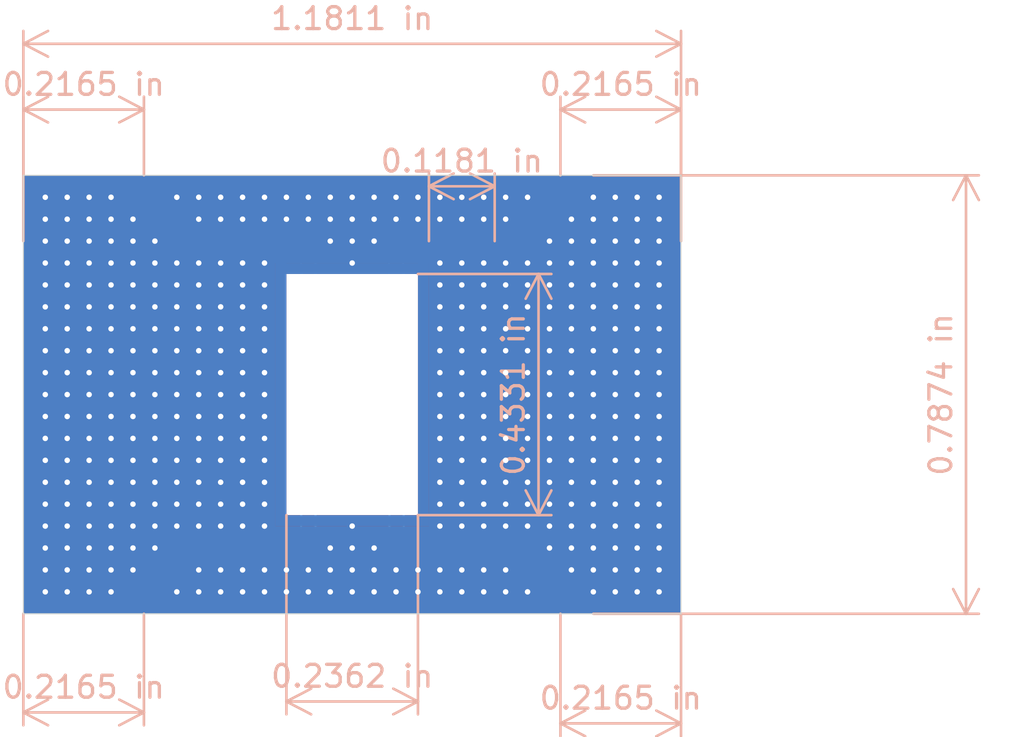
<source format=kicad_pcb>
(kicad_pcb (version 20171130) (host pcbnew "(5.1.8)-1")

  (general
    (thickness 1.6)
    (drawings 42)
    (tracks 685)
    (zones 0)
    (modules 0)
    (nets 1)
  )

  (page A4)
  (layers
    (0 F.Cu signal)
    (31 B.Cu signal)
    (32 B.Adhes user hide)
    (33 F.Adhes user hide)
    (34 B.Paste user hide)
    (35 F.Paste user hide)
    (36 B.SilkS user)
    (37 F.SilkS user)
    (38 B.Mask user hide)
    (39 F.Mask user hide)
    (40 Dwgs.User user)
    (41 Cmts.User user hide)
    (42 Eco1.User user hide)
    (43 Eco2.User user hide)
    (44 Edge.Cuts user)
    (45 Margin user hide)
    (46 B.CrtYd user hide)
    (47 F.CrtYd user hide)
    (48 B.Fab user hide)
    (49 F.Fab user hide)
  )

  (setup
    (last_trace_width 0.25)
    (trace_clearance 0.1)
    (zone_clearance 0)
    (zone_45_only yes)
    (trace_min 0.2)
    (via_size 0.8)
    (via_drill 0.4)
    (via_min_size 0.4)
    (via_min_drill 0.3)
    (uvia_size 0.3)
    (uvia_drill 0.1)
    (uvias_allowed no)
    (uvia_min_size 0.2)
    (uvia_min_drill 0.1)
    (edge_width 0.05)
    (segment_width 0.2)
    (pcb_text_width 0.3)
    (pcb_text_size 1.5 1.5)
    (mod_edge_width 0.12)
    (mod_text_size 1 1)
    (mod_text_width 0.15)
    (pad_size 0.8 0.25)
    (pad_drill 0)
    (pad_to_mask_clearance 0.051)
    (solder_mask_min_width 0.25)
    (aux_axis_origin 0 0)
    (visible_elements 7FFFFFFF)
    (pcbplotparams
      (layerselection 0x010fc_ffffffff)
      (usegerberextensions false)
      (usegerberattributes false)
      (usegerberadvancedattributes false)
      (creategerberjobfile false)
      (excludeedgelayer true)
      (linewidth 0.100000)
      (plotframeref false)
      (viasonmask false)
      (mode 1)
      (useauxorigin false)
      (hpglpennumber 1)
      (hpglpenspeed 20)
      (hpglpendiameter 15.000000)
      (psnegative false)
      (psa4output false)
      (plotreference true)
      (plotvalue true)
      (plotinvisibletext false)
      (padsonsilk false)
      (subtractmaskfromsilk false)
      (outputformat 1)
      (mirror false)
      (drillshape 1)
      (scaleselection 1)
      (outputdirectory ""))
  )

  (net 0 "")

  (net_class Default "This is the default net class."
    (clearance 0.1)
    (trace_width 0.25)
    (via_dia 0.8)
    (via_drill 0.4)
    (uvia_dia 0.3)
    (uvia_drill 0.1)
  )

  (gr_line (start 50 50) (end 50 30) (layer Edge.Cuts) (width 0.05) (tstamp 5FB86B08))
  (gr_line (start 80 50) (end 50 50) (layer Edge.Cuts) (width 0.05))
  (gr_line (start 80 30) (end 80 50) (layer Edge.Cuts) (width 0.05))
  (gr_line (start 50 30) (end 80 30) (layer Edge.Cuts) (width 0.05))
  (gr_poly (pts (xy 62 46) (xy 61.5 46) (xy 61.5 34) (xy 62 34)) (layer B.Cu) (width 0) (tstamp 5FB86B05))
  (gr_poly (pts (xy 68.5 46) (xy 68 46) (xy 68 34) (xy 68.5 34)) (layer B.Cu) (width 0))
  (gr_poly (pts (xy 68.5 46) (xy 61.5 46) (xy 61.5 45.5) (xy 68.5 45.5)) (layer B.Cu) (width 0) (tstamp 5FB86AF8))
  (gr_poly (pts (xy 68.5 34.5) (xy 61.5 34.5) (xy 61.5 34) (xy 68.5 34)) (layer B.Cu) (width 0))
  (gr_poly (pts (xy 62.725 45.5) (xy 63.275 45.5) (xy 63.275 46) (xy 62.725 46)) (layer F.Cu) (width 0) (tstamp 5FB7E977))
  (gr_poly (pts (xy 55.225 49.75) (xy 55.25 49.575) (xy 55.8 49.625) (xy 55.8 50) (xy 55.225 50)) (layer F.Cu) (width 0) (tstamp 5FB7E976))
  (gr_poly (pts (xy 55.225 30.25) (xy 55.25 30.425) (xy 55.8 30.375) (xy 55.8 30) (xy 55.225 30)) (layer F.Cu) (width 0) (tstamp 5FB7E823))
  (gr_poly (pts (xy 62.725 34.5) (xy 63.275 34.5) (xy 63.275 34) (xy 62.725 34)) (layer F.Cu) (width 0) (tstamp 5FB7E822))
  (gr_poly (pts (xy 74.8 49.75) (xy 74.775 49.575) (xy 74.225 49.625) (xy 74.225 50) (xy 74.8 50)) (layer F.Cu) (width 0) (tstamp 5FB7E600))
  (gr_poly (pts (xy 67.3 45.5) (xy 66.75 45.5) (xy 66.75 46) (xy 67.3 46)) (layer F.Cu) (width 0) (tstamp 5FB7E5FF))
  (gr_poly (pts (xy 74.775 30.25) (xy 74.75 30.425) (xy 74.2 30.375) (xy 74.2 30) (xy 74.775 30)) (layer F.Cu) (width 0))
  (gr_poly (pts (xy 67.275 34.5) (xy 66.725 34.5) (xy 66.725 34) (xy 67.275 34)) (layer F.Cu) (width 0))
  (gr_arc (start 71.5 30) (end 71.5 32) (angle -90) (layer Dwgs.User) (width 0.05))
  (gr_arc (start 71.5 30) (end 71.5 34) (angle -90) (layer Dwgs.User) (width 0.05))
  (gr_line (start 68.5 34) (end 71.5 34) (layer Dwgs.User) (width 0.05))
  (gr_line (start 68.5 32) (end 71.5 32) (layer Dwgs.User) (width 0.05))
  (gr_arc (start 68.5 34) (end 66.5 34) (angle 90) (layer Dwgs.User) (width 0.05))
  (gr_line (start 61.5 34) (end 68.5 34) (layer Dwgs.User) (width 0.05))
  (dimension 6 (width 0.12) (layer B.SilkS)
    (gr_text "6.000 mm" (at 65 55.27) (layer B.SilkS) (tstamp 5FB86AA3)
      (effects (font (size 1 1) (thickness 0.15)))
    )
    (feature1 (pts (xy 68 45.5) (xy 68 54.586421)))
    (feature2 (pts (xy 62 45.5) (xy 62 54.586421)))
    (crossbar (pts (xy 62 54) (xy 68 54)))
    (arrow1a (pts (xy 68 54) (xy 66.873496 54.586421)))
    (arrow1b (pts (xy 68 54) (xy 66.873496 53.413579)))
    (arrow2a (pts (xy 62 54) (xy 63.126504 54.586421)))
    (arrow2b (pts (xy 62 54) (xy 63.126504 53.413579)))
  )
  (dimension 11 (width 0.12) (layer B.SilkS)
    (gr_text "11.000 mm" (at 74.77 40 270) (layer B.SilkS) (tstamp 5FB86AA9)
      (effects (font (size 1 1) (thickness 0.15)))
    )
    (feature1 (pts (xy 68 45.5) (xy 74.086421 45.5)))
    (feature2 (pts (xy 68 34.5) (xy 74.086421 34.5)))
    (crossbar (pts (xy 73.5 34.5) (xy 73.5 45.5)))
    (arrow1a (pts (xy 73.5 45.5) (xy 72.913579 44.373496)))
    (arrow1b (pts (xy 73.5 45.5) (xy 74.086421 44.373496)))
    (arrow2a (pts (xy 73.5 34.5) (xy 72.913579 35.626504)))
    (arrow2b (pts (xy 73.5 34.5) (xy 74.086421 35.626504)))
  )
  (gr_line (start 62 45.5) (end 62 34.5) (layer Dwgs.User) (width 0.05) (tstamp 5FA96BC7))
  (gr_line (start 68 45.5) (end 62 45.5) (layer Dwgs.User) (width 0.05) (tstamp 5FB8699B))
  (gr_line (start 68 34.5) (end 68 45.5) (layer Dwgs.User) (width 0.05) (tstamp 5FB86998))
  (gr_line (start 62 34.5) (end 68 34.5) (layer Dwgs.User) (width 0.05))
  (gr_line (start 61.5 46) (end 61.5 34) (layer Dwgs.User) (width 0.05) (tstamp 5FA969BD))
  (gr_line (start 68.5 46) (end 61.5 46) (layer Dwgs.User) (width 0.05))
  (gr_line (start 68.5 34) (end 68.5 46) (layer Dwgs.User) (width 0.05))
  (gr_line (start 80 30) (end 80 50) (layer Dwgs.User) (width 0.05) (tstamp 5FA9690D))
  (gr_line (start 50 30) (end 80 30) (layer Dwgs.User) (width 0.05))
  (dimension 3 (width 0.12) (layer B.SilkS)
    (gr_text "3.000 mm" (at 70 29.23) (layer B.SilkS) (tstamp 5FB86036)
      (effects (font (size 1 1) (thickness 0.15)))
    )
    (feature1 (pts (xy 68.5 33) (xy 68.5 29.913579)))
    (feature2 (pts (xy 71.5 33) (xy 71.5 29.913579)))
    (crossbar (pts (xy 71.5 30.5) (xy 68.5 30.5)))
    (arrow1a (pts (xy 68.5 30.5) (xy 69.626504 29.913579)))
    (arrow1b (pts (xy 68.5 30.5) (xy 69.626504 31.086421)))
    (arrow2a (pts (xy 71.5 30.5) (xy 70.373496 29.913579)))
    (arrow2b (pts (xy 71.5 30.5) (xy 70.373496 31.086421)))
  )
  (dimension 5.5 (width 0.12) (layer B.SilkS)
    (gr_text "5.500 mm" (at 77.25 56.27) (layer B.SilkS) (tstamp 5FB86030)
      (effects (font (size 1 1) (thickness 0.15)))
    )
    (feature1 (pts (xy 74.5 50) (xy 74.5 55.586421)))
    (feature2 (pts (xy 80 50) (xy 80 55.586421)))
    (crossbar (pts (xy 80 55) (xy 74.5 55)))
    (arrow1a (pts (xy 74.5 55) (xy 75.626504 54.413579)))
    (arrow1b (pts (xy 74.5 55) (xy 75.626504 55.586421)))
    (arrow2a (pts (xy 80 55) (xy 78.873496 54.413579)))
    (arrow2b (pts (xy 80 55) (xy 78.873496 55.586421)))
  )
  (dimension 5.5 (width 0.12) (layer B.SilkS)
    (gr_text "5.500 mm" (at 52.75 55.77) (layer B.SilkS) (tstamp 5FB8602A)
      (effects (font (size 1 1) (thickness 0.15)))
    )
    (feature1 (pts (xy 55.5 50) (xy 55.5 55.086421)))
    (feature2 (pts (xy 50 50) (xy 50 55.086421)))
    (crossbar (pts (xy 50 54.5) (xy 55.5 54.5)))
    (arrow1a (pts (xy 55.5 54.5) (xy 54.373496 55.086421)))
    (arrow1b (pts (xy 55.5 54.5) (xy 54.373496 53.913579)))
    (arrow2a (pts (xy 50 54.5) (xy 51.126504 55.086421)))
    (arrow2b (pts (xy 50 54.5) (xy 51.126504 53.913579)))
  )
  (dimension 5.5 (width 0.12) (layer B.SilkS)
    (gr_text "5.500 mm" (at 52.75 25.73) (layer B.SilkS) (tstamp 5FB86024)
      (effects (font (size 1 1) (thickness 0.15)))
    )
    (feature1 (pts (xy 55.5 30) (xy 55.5 26.413579)))
    (feature2 (pts (xy 50 30) (xy 50 26.413579)))
    (crossbar (pts (xy 50 27) (xy 55.5 27)))
    (arrow1a (pts (xy 55.5 27) (xy 54.373496 27.586421)))
    (arrow1b (pts (xy 55.5 27) (xy 54.373496 26.413579)))
    (arrow2a (pts (xy 50 27) (xy 51.126504 27.586421)))
    (arrow2b (pts (xy 50 27) (xy 51.126504 26.413579)))
  )
  (dimension 5.5 (width 0.12) (layer B.SilkS)
    (gr_text "5.500 mm" (at 77.25 25.73) (layer B.SilkS) (tstamp 5FB8601E)
      (effects (font (size 1 1) (thickness 0.15)))
    )
    (feature1 (pts (xy 74.5 30) (xy 74.5 26.413579)))
    (feature2 (pts (xy 80 30) (xy 80 26.413579)))
    (crossbar (pts (xy 80 27) (xy 74.5 27)))
    (arrow1a (pts (xy 74.5 27) (xy 75.626504 26.413579)))
    (arrow1b (pts (xy 74.5 27) (xy 75.626504 27.586421)))
    (arrow2a (pts (xy 80 27) (xy 78.873496 26.413579)))
    (arrow2b (pts (xy 80 27) (xy 78.873496 27.586421)))
  )
  (dimension 20 (width 0.12) (layer B.SilkS)
    (gr_text "20.000 mm" (at 94.27 40 270) (layer B.SilkS) (tstamp 5FB86018)
      (effects (font (size 1 1) (thickness 0.15)))
    )
    (feature1 (pts (xy 76 50) (xy 93.586421 50)))
    (feature2 (pts (xy 76 30) (xy 93.586421 30)))
    (crossbar (pts (xy 93 30) (xy 93 50)))
    (arrow1a (pts (xy 93 50) (xy 92.413579 48.873496)))
    (arrow1b (pts (xy 93 50) (xy 93.586421 48.873496)))
    (arrow2a (pts (xy 93 30) (xy 92.413579 31.126504)))
    (arrow2b (pts (xy 93 30) (xy 93.586421 31.126504)))
  )
  (dimension 30 (width 0.12) (layer B.SilkS)
    (gr_text "30.000 mm" (at 65 22.73) (layer B.SilkS) (tstamp 5FB86012)
      (effects (font (size 1 1) (thickness 0.15)))
    )
    (feature1 (pts (xy 80 33) (xy 80 23.413579)))
    (feature2 (pts (xy 50 33) (xy 50 23.413579)))
    (crossbar (pts (xy 50 24) (xy 80 24)))
    (arrow1a (pts (xy 80 24) (xy 78.873496 24.586421)))
    (arrow1b (pts (xy 80 24) (xy 78.873496 23.413579)))
    (arrow2a (pts (xy 50 24) (xy 51.126504 24.586421)))
    (arrow2b (pts (xy 50 24) (xy 51.126504 23.413579)))
  )
  (gr_line (start 50 50) (end 50 30) (layer Dwgs.User) (width 0.05))
  (gr_line (start 80 50) (end 50 50) (layer Dwgs.User) (width 0.05))

  (segment (start 68.5 33) (end 68.5 33) (width 0.25) (layer F.Cu) (net 0))
  (segment (start 68.5 33) (end 68.44077 33.001453) (width 0.25) (layer F.Cu) (net 0))
  (segment (start 68.44077 33.001453) (end 68.381682 33.005812) (width 0.25) (layer F.Cu) (net 0))
  (segment (start 68.5 33) (end 71.5 33) (width 0.55) (layer F.Cu) (net 0))
  (segment (start 74.485554 30.294051) (end 74.467529 30.440191) (width 0.55) (layer F.Cu) (net 0))
  (segment (start 74.467529 30.440191) (end 74.442355 30.58527) (width 0.55) (layer F.Cu) (net 0))
  (segment (start 74.442355 30.58527) (end 74.410093 30.72894) (width 0.55) (layer F.Cu) (net 0))
  (segment (start 74.410093 30.72894) (end 74.370821 30.870854) (width 0.55) (layer F.Cu) (net 0))
  (segment (start 74.370821 30.870854) (end 74.324632 31.010669) (width 0.55) (layer F.Cu) (net 0))
  (segment (start 74.324632 31.010669) (end 74.271638 31.14805) (width 0.55) (layer F.Cu) (net 0))
  (segment (start 74.271638 31.14805) (end 74.211967 31.282665) (width 0.55) (layer F.Cu) (net 0))
  (segment (start 74.211967 31.282665) (end 74.145763 31.41419) (width 0.55) (layer F.Cu) (net 0))
  (segment (start 74.145763 31.41419) (end 74.073185 31.542308) (width 0.55) (layer F.Cu) (net 0))
  (segment (start 74.073185 31.542308) (end 73.994408 31.66671) (width 0.55) (layer F.Cu) (net 0))
  (segment (start 73.994408 31.66671) (end 73.909622 31.787097) (width 0.55) (layer F.Cu) (net 0))
  (segment (start 73.909622 31.787097) (end 73.819031 31.903179) (width 0.55) (layer F.Cu) (net 0))
  (segment (start 73.819031 31.903179) (end 73.722853 32.014676) (width 0.55) (layer F.Cu) (net 0))
  (segment (start 73.722853 32.014676) (end 73.62132 32.12132) (width 0.55) (layer F.Cu) (net 0))
  (segment (start 73.62132 32.12132) (end 73.514676 32.222853) (width 0.55) (layer F.Cu) (net 0))
  (segment (start 73.514676 32.222853) (end 73.403179 32.319031) (width 0.55) (layer F.Cu) (net 0))
  (segment (start 73.403179 32.319031) (end 73.287097 32.409622) (width 0.55) (layer F.Cu) (net 0))
  (segment (start 73.287097 32.409622) (end 73.16671 32.494408) (width 0.55) (layer F.Cu) (net 0))
  (segment (start 73.16671 32.494408) (end 73.042308 32.573185) (width 0.55) (layer F.Cu) (net 0))
  (segment (start 73.042308 32.573185) (end 72.91419 32.645763) (width 0.55) (layer F.Cu) (net 0))
  (segment (start 72.91419 32.645763) (end 72.782665 32.711967) (width 0.55) (layer F.Cu) (net 0))
  (segment (start 72.782665 32.711967) (end 72.64805 32.771638) (width 0.55) (layer F.Cu) (net 0))
  (segment (start 72.64805 32.771638) (end 72.510669 32.824632) (width 0.55) (layer F.Cu) (net 0))
  (segment (start 72.510669 32.824632) (end 72.370854 32.870821) (width 0.55) (layer F.Cu) (net 0))
  (segment (start 72.370854 32.870821) (end 72.22894 32.910093) (width 0.55) (layer F.Cu) (net 0))
  (segment (start 72.22894 32.910093) (end 72.08527 32.942355) (width 0.55) (layer F.Cu) (net 0))
  (segment (start 72.08527 32.942355) (end 71.940191 32.967529) (width 0.55) (layer F.Cu) (net 0))
  (segment (start 71.940191 32.967529) (end 71.794051 32.985554) (width 0.55) (layer F.Cu) (net 0))
  (segment (start 71.794051 32.985554) (end 71.647203 32.996386) (width 0.55) (layer F.Cu) (net 0))
  (segment (start 71.647203 32.996386) (end 71.5 33) (width 0.55) (layer F.Cu) (net 0))
  (segment (start 71.5 33) (end 71.5 33) (width 0.55) (layer F.Cu) (net 0))
  (segment (start 67 34) (end 67 34) (width 0.55) (layer F.Cu) (net 0))
  (segment (start 67 34) (end 67.001204 33.950932) (width 0.55) (layer F.Cu) (net 0))
  (segment (start 67.001204 33.950932) (end 67.004815 33.901982) (width 0.55) (layer F.Cu) (net 0))
  (segment (start 67.004815 33.901982) (end 67.010823 33.853269) (width 0.55) (layer F.Cu) (net 0))
  (segment (start 67.010823 33.853269) (end 67.019214 33.804909) (width 0.55) (layer F.Cu) (net 0))
  (segment (start 67.019214 33.804909) (end 67.029968 33.757019) (width 0.55) (layer F.Cu) (net 0))
  (segment (start 67.029968 33.757019) (end 67.043059 33.709715) (width 0.55) (layer F.Cu) (net 0))
  (segment (start 67.043059 33.709715) (end 67.058455 33.66311) (width 0.55) (layer F.Cu) (net 0))
  (segment (start 67.058455 33.66311) (end 67.07612 33.617316) (width 0.55) (layer F.Cu) (net 0))
  (segment (start 67.07612 33.617316) (end 67.09601 33.572444) (width 0.55) (layer F.Cu) (net 0))
  (segment (start 67.09601 33.572444) (end 67.118078 33.528603) (width 0.55) (layer F.Cu) (net 0))
  (segment (start 67.118078 33.528603) (end 67.142271 33.485897) (width 0.55) (layer F.Cu) (net 0))
  (segment (start 67.142271 33.485897) (end 67.16853 33.444429) (width 0.55) (layer F.Cu) (net 0))
  (segment (start 67.16853 33.444429) (end 67.196792 33.4043) (width 0.55) (layer F.Cu) (net 0))
  (segment (start 67.196792 33.4043) (end 67.226989 33.365606) (width 0.55) (layer F.Cu) (net 0))
  (segment (start 67.226989 33.365606) (end 67.259048 33.328441) (width 0.55) (layer F.Cu) (net 0))
  (segment (start 67.259048 33.328441) (end 67.292893 33.292893) (width 0.55) (layer F.Cu) (net 0))
  (segment (start 67.292893 33.292893) (end 67.328441 33.259048) (width 0.55) (layer F.Cu) (net 0))
  (segment (start 67.328441 33.259048) (end 67.365606 33.226989) (width 0.55) (layer F.Cu) (net 0))
  (segment (start 67.365606 33.226989) (end 67.4043 33.196792) (width 0.55) (layer F.Cu) (net 0))
  (segment (start 67.4043 33.196792) (end 67.444429 33.16853) (width 0.55) (layer F.Cu) (net 0))
  (segment (start 67.444429 33.16853) (end 67.485897 33.142271) (width 0.55) (layer F.Cu) (net 0))
  (segment (start 67.485897 33.142271) (end 67.528603 33.118078) (width 0.55) (layer F.Cu) (net 0))
  (segment (start 67.528603 33.118078) (end 67.572444 33.09601) (width 0.55) (layer F.Cu) (net 0))
  (segment (start 67.572444 33.09601) (end 67.617316 33.07612) (width 0.55) (layer F.Cu) (net 0))
  (segment (start 67.617316 33.07612) (end 67.66311 33.058455) (width 0.55) (layer F.Cu) (net 0))
  (segment (start 67.66311 33.058455) (end 67.709715 33.043059) (width 0.55) (layer F.Cu) (net 0))
  (segment (start 67.709715 33.043059) (end 67.757019 33.029968) (width 0.55) (layer F.Cu) (net 0))
  (segment (start 67.757019 33.029968) (end 67.804909 33.019214) (width 0.55) (layer F.Cu) (net 0))
  (segment (start 67.804909 33.019214) (end 67.853269 33.010823) (width 0.55) (layer F.Cu) (net 0))
  (segment (start 67.853269 33.010823) (end 67.901982 33.004815) (width 0.55) (layer F.Cu) (net 0))
  (segment (start 67.901982 33.004815) (end 67.950932 33.001204) (width 0.55) (layer F.Cu) (net 0))
  (segment (start 67.950932 33.001204) (end 68 33) (width 0.55) (layer F.Cu) (net 0))
  (segment (start 68 33) (end 68.5 33) (width 0.55) (layer F.Cu) (net 0))
  (segment (start 71.819051 47.014446) (end 71.672203 47.003614) (width 0.55) (layer F.Cu) (net 0) (tstamp 5FB7E5E0))
  (segment (start 73.19171 47.505592) (end 73.067308 47.426815) (width 0.55) (layer F.Cu) (net 0) (tstamp 5FB7E5E1))
  (segment (start 73.539676 47.777147) (end 73.428179 47.680969) (width 0.55) (layer F.Cu) (net 0) (tstamp 5FB7E5E2))
  (segment (start 73.844031 48.096821) (end 73.747853 47.985324) (width 0.55) (layer F.Cu) (net 0) (tstamp 5FB7E5E3))
  (segment (start 72.25394 47.089907) (end 72.11027 47.057645) (width 0.55) (layer F.Cu) (net 0) (tstamp 5FB7E5E4))
  (segment (start 74.098185 48.457692) (end 74.019408 48.33329) (width 0.55) (layer F.Cu) (net 0) (tstamp 5FB7E5E5))
  (segment (start 74.395821 49.129146) (end 74.349632 48.989331) (width 0.55) (layer F.Cu) (net 0) (tstamp 5FB7E5E6))
  (segment (start 72.395854 47.129179) (end 72.25394 47.089907) (width 0.55) (layer F.Cu) (net 0) (tstamp 5FB7E5E7))
  (segment (start 74.296638 48.85195) (end 74.236967 48.717335) (width 0.55) (layer F.Cu) (net 0) (tstamp 5FB7E5E8))
  (segment (start 73.934622 48.212903) (end 73.844031 48.096821) (width 0.55) (layer F.Cu) (net 0) (tstamp 5FB7E5E9))
  (segment (start 73.428179 47.680969) (end 73.312097 47.590378) (width 0.55) (layer F.Cu) (net 0) (tstamp 5FB7E5EA))
  (segment (start 71.525 47) (end 71.525 47) (width 0.55) (layer F.Cu) (net 0) (tstamp 5FB7E5EB))
  (segment (start 71.672203 47.003614) (end 71.525 47) (width 0.55) (layer F.Cu) (net 0) (tstamp 5FB7E5EC))
  (segment (start 74.492529 49.559809) (end 74.467355 49.41473) (width 0.55) (layer F.Cu) (net 0) (tstamp 5FB7E5ED))
  (segment (start 73.312097 47.590378) (end 73.19171 47.505592) (width 0.55) (layer F.Cu) (net 0) (tstamp 5FB7E5EE))
  (segment (start 74.435093 49.27106) (end 74.395821 49.129146) (width 0.55) (layer F.Cu) (net 0) (tstamp 5FB7E5EF))
  (segment (start 74.019408 48.33329) (end 73.934622 48.212903) (width 0.55) (layer F.Cu) (net 0) (tstamp 5FB7E5F0))
  (segment (start 74.170763 48.58581) (end 74.098185 48.457692) (width 0.55) (layer F.Cu) (net 0) (tstamp 5FB7E5F1))
  (segment (start 72.535669 47.175368) (end 72.395854 47.129179) (width 0.55) (layer F.Cu) (net 0) (tstamp 5FB7E5F2))
  (segment (start 74.236967 48.717335) (end 74.170763 48.58581) (width 0.55) (layer F.Cu) (net 0) (tstamp 5FB7E5F3))
  (segment (start 71.965191 47.032471) (end 71.819051 47.014446) (width 0.55) (layer F.Cu) (net 0) (tstamp 5FB7E5F4))
  (segment (start 73.747853 47.985324) (end 73.64632 47.87868) (width 0.55) (layer F.Cu) (net 0) (tstamp 5FB7E5F5))
  (segment (start 72.93919 47.354237) (end 72.807665 47.288033) (width 0.55) (layer F.Cu) (net 0) (tstamp 5FB7E5F6))
  (segment (start 74.349632 48.989331) (end 74.296638 48.85195) (width 0.55) (layer F.Cu) (net 0) (tstamp 5FB7E5F7))
  (segment (start 72.67305 47.228362) (end 72.535669 47.175368) (width 0.55) (layer F.Cu) (net 0) (tstamp 5FB7E5F8))
  (segment (start 72.807665 47.288033) (end 72.67305 47.228362) (width 0.55) (layer F.Cu) (net 0) (tstamp 5FB7E5F9))
  (segment (start 74.467355 49.41473) (end 74.435093 49.27106) (width 0.55) (layer F.Cu) (net 0) (tstamp 5FB7E5FA))
  (segment (start 73.64632 47.87868) (end 73.539676 47.777147) (width 0.55) (layer F.Cu) (net 0) (tstamp 5FB7E5FB))
  (segment (start 73.067308 47.426815) (end 72.93919 47.354237) (width 0.55) (layer F.Cu) (net 0) (tstamp 5FB7E5FC))
  (segment (start 74.510554 49.705949) (end 74.492529 49.559809) (width 0.55) (layer F.Cu) (net 0) (tstamp 5FB7E5FD))
  (segment (start 72.11027 47.057645) (end 71.965191 47.032471) (width 0.55) (layer F.Cu) (net 0) (tstamp 5FB7E5FE))
  (segment (start 68.025 47) (end 68.525 47) (width 0.55) (layer F.Cu) (net 0) (tstamp 5FB7E601))
  (segment (start 67.025 46) (end 67.026204 46.049068) (width 0.55) (layer F.Cu) (net 0) (tstamp 5FB7E605))
  (segment (start 67.029815 46.098018) (end 67.035823 46.146731) (width 0.55) (layer F.Cu) (net 0) (tstamp 5FB7E606))
  (segment (start 67.025 46) (end 67.025 46) (width 0.55) (layer F.Cu) (net 0) (tstamp 5FB7E607))
  (segment (start 67.026204 46.049068) (end 67.029815 46.098018) (width 0.55) (layer F.Cu) (net 0) (tstamp 5FB7E608))
  (segment (start 67.035823 46.146731) (end 67.044214 46.195091) (width 0.55) (layer F.Cu) (net 0) (tstamp 5FB7E609))
  (segment (start 67.469429 46.83147) (end 67.510897 46.857729) (width 0.55) (layer F.Cu) (net 0) (tstamp 5FB7E60A))
  (segment (start 67.143078 46.471397) (end 67.167271 46.514103) (width 0.55) (layer F.Cu) (net 0) (tstamp 5FB7E60B))
  (segment (start 67.68811 46.941545) (end 67.734715 46.956941) (width 0.55) (layer F.Cu) (net 0) (tstamp 5FB7E60C))
  (segment (start 67.221792 46.5957) (end 67.251989 46.634394) (width 0.55) (layer F.Cu) (net 0) (tstamp 5FB7E60D))
  (segment (start 67.284048 46.671559) (end 67.317893 46.707107) (width 0.55) (layer F.Cu) (net 0) (tstamp 5FB7E60E))
  (segment (start 67.390606 46.773011) (end 67.4293 46.803208) (width 0.55) (layer F.Cu) (net 0) (tstamp 5FB7E60F))
  (segment (start 67.597444 46.90399) (end 67.642316 46.92388) (width 0.55) (layer F.Cu) (net 0) (tstamp 5FB7E610))
  (segment (start 67.044214 46.195091) (end 67.054968 46.242981) (width 0.55) (layer F.Cu) (net 0) (tstamp 5FB7E611))
  (segment (start 67.068059 46.290285) (end 67.083455 46.33689) (width 0.55) (layer F.Cu) (net 0) (tstamp 5FB7E612))
  (segment (start 67.12101 46.427556) (end 67.143078 46.471397) (width 0.55) (layer F.Cu) (net 0) (tstamp 5FB7E613))
  (segment (start 67.4293 46.803208) (end 67.469429 46.83147) (width 0.55) (layer F.Cu) (net 0) (tstamp 5FB7E614))
  (segment (start 67.734715 46.956941) (end 67.782019 46.970032) (width 0.55) (layer F.Cu) (net 0) (tstamp 5FB7E615))
  (segment (start 67.782019 46.970032) (end 67.829909 46.980786) (width 0.55) (layer F.Cu) (net 0) (tstamp 5FB7E616))
  (segment (start 67.054968 46.242981) (end 67.068059 46.290285) (width 0.55) (layer F.Cu) (net 0) (tstamp 5FB7E617))
  (segment (start 68.525 47) (end 71.525 47) (width 0.55) (layer F.Cu) (net 0) (tstamp 5FB7E618))
  (segment (start 67.10112 46.382684) (end 67.12101 46.427556) (width 0.55) (layer F.Cu) (net 0) (tstamp 5FB7E619))
  (segment (start 67.251989 46.634394) (end 67.284048 46.671559) (width 0.55) (layer F.Cu) (net 0) (tstamp 5FB7E61A))
  (segment (start 67.083455 46.33689) (end 67.10112 46.382684) (width 0.55) (layer F.Cu) (net 0) (tstamp 5FB7E61B))
  (segment (start 67.353441 46.740952) (end 67.390606 46.773011) (width 0.55) (layer F.Cu) (net 0) (tstamp 5FB7E61C))
  (segment (start 67.167271 46.514103) (end 67.19353 46.555571) (width 0.55) (layer F.Cu) (net 0) (tstamp 5FB7E61D))
  (segment (start 67.317893 46.707107) (end 67.353441 46.740952) (width 0.55) (layer F.Cu) (net 0) (tstamp 5FB7E61E))
  (segment (start 67.553603 46.881922) (end 67.597444 46.90399) (width 0.55) (layer F.Cu) (net 0) (tstamp 5FB7E61F))
  (segment (start 67.19353 46.555571) (end 67.221792 46.5957) (width 0.55) (layer F.Cu) (net 0) (tstamp 5FB7E620))
  (segment (start 67.510897 46.857729) (end 67.553603 46.881922) (width 0.55) (layer F.Cu) (net 0) (tstamp 5FB7E621))
  (segment (start 67.642316 46.92388) (end 67.68811 46.941545) (width 0.55) (layer F.Cu) (net 0) (tstamp 5FB7E622))
  (segment (start 67.926982 46.995185) (end 67.975932 46.998796) (width 0.55) (layer F.Cu) (net 0) (tstamp 5FB7E623))
  (segment (start 67.878269 46.989177) (end 67.926982 46.995185) (width 0.55) (layer F.Cu) (net 0) (tstamp 5FB7E624))
  (segment (start 67.975932 46.998796) (end 68.025 47) (width 0.55) (layer F.Cu) (net 0) (tstamp 5FB7E625))
  (segment (start 67.829909 46.980786) (end 67.878269 46.989177) (width 0.55) (layer F.Cu) (net 0) (tstamp 5FB7E626))
  (segment (start 62.941545 33.66311) (end 62.92388 33.617316) (width 0.55) (layer F.Cu) (net 0) (tstamp 5FB7E824))
  (segment (start 62.92388 33.617316) (end 62.90399 33.572444) (width 0.55) (layer F.Cu) (net 0) (tstamp 5FB7E825))
  (segment (start 62.83147 33.444429) (end 62.803208 33.4043) (width 0.55) (layer F.Cu) (net 0) (tstamp 5FB7E826))
  (segment (start 61.5 33) (end 58.5 33) (width 0.55) (layer F.Cu) (net 0) (tstamp 5FB7E827))
  (segment (start 62.242981 33.029968) (end 62.195091 33.019214) (width 0.55) (layer F.Cu) (net 0) (tstamp 5FB7E828))
  (segment (start 62.514103 33.142271) (end 62.471397 33.118078) (width 0.55) (layer F.Cu) (net 0) (tstamp 5FB7E829))
  (segment (start 62.195091 33.019214) (end 62.146731 33.010823) (width 0.55) (layer F.Cu) (net 0) (tstamp 5FB7E82A))
  (segment (start 62.671559 33.259048) (end 62.634394 33.226989) (width 0.55) (layer F.Cu) (net 0) (tstamp 5FB7E82B))
  (segment (start 62.857729 33.485897) (end 62.83147 33.444429) (width 0.55) (layer F.Cu) (net 0) (tstamp 5FB7E82C))
  (segment (start 62.471397 33.118078) (end 62.427556 33.09601) (width 0.55) (layer F.Cu) (net 0) (tstamp 5FB7E82D))
  (segment (start 62.382684 33.07612) (end 62.33689 33.058455) (width 0.55) (layer F.Cu) (net 0) (tstamp 5FB7E82E))
  (segment (start 62.098018 33.004815) (end 62.049068 33.001204) (width 0.55) (layer F.Cu) (net 0) (tstamp 5FB7E82F))
  (segment (start 62.146731 33.010823) (end 62.098018 33.004815) (width 0.55) (layer F.Cu) (net 0) (tstamp 5FB7E830))
  (segment (start 62.049068 33.001204) (end 62 33) (width 0.55) (layer F.Cu) (net 0) (tstamp 5FB7E831))
  (segment (start 62.773011 33.365606) (end 62.740952 33.328441) (width 0.55) (layer F.Cu) (net 0) (tstamp 5FB7E832))
  (segment (start 62.707107 33.292893) (end 62.671559 33.259048) (width 0.55) (layer F.Cu) (net 0) (tstamp 5FB7E833))
  (segment (start 62.970032 33.757019) (end 62.956941 33.709715) (width 0.55) (layer F.Cu) (net 0) (tstamp 5FB7E834))
  (segment (start 56.277147 32.014676) (end 56.37868 32.12132) (width 0.55) (layer F.Cu) (net 0) (tstamp 5FB7E835))
  (segment (start 55.532471 30.440191) (end 55.557645 30.58527) (width 0.55) (layer F.Cu) (net 0) (tstamp 5FB7E836))
  (segment (start 56.37868 32.12132) (end 56.485324 32.222853) (width 0.55) (layer F.Cu) (net 0) (tstamp 5FB7E837))
  (segment (start 63 34) (end 62.998796 33.950932) (width 0.55) (layer F.Cu) (net 0) (tstamp 5FB7E838))
  (segment (start 56.83329 32.494408) (end 56.957692 32.573185) (width 0.55) (layer F.Cu) (net 0) (tstamp 5FB7E839))
  (segment (start 56.180969 31.903179) (end 56.277147 32.014676) (width 0.55) (layer F.Cu) (net 0) (tstamp 5FB7E83A))
  (segment (start 57.489331 32.824632) (end 57.629146 32.870821) (width 0.55) (layer F.Cu) (net 0) (tstamp 5FB7E83B))
  (segment (start 55.788033 31.282665) (end 55.854237 31.41419) (width 0.55) (layer F.Cu) (net 0) (tstamp 5FB7E83C))
  (segment (start 58.5 33) (end 58.5 33) (width 0.55) (layer F.Cu) (net 0) (tstamp 5FB7E83D))
  (segment (start 62 33) (end 61.5 33) (width 0.55) (layer F.Cu) (net 0) (tstamp 5FB7E83E))
  (segment (start 57.217335 32.711967) (end 57.35195 32.771638) (width 0.55) (layer F.Cu) (net 0) (tstamp 5FB7E83F))
  (segment (start 56.005592 31.66671) (end 56.090378 31.787097) (width 0.55) (layer F.Cu) (net 0) (tstamp 5FB7E840))
  (segment (start 62.989177 33.853269) (end 62.980786 33.804909) (width 0.55) (layer F.Cu) (net 0) (tstamp 5FB7E841))
  (segment (start 56.485324 32.222853) (end 56.596821 32.319031) (width 0.55) (layer F.Cu) (net 0) (tstamp 5FB7E842))
  (segment (start 62.33689 33.058455) (end 62.290285 33.043059) (width 0.55) (layer F.Cu) (net 0) (tstamp 5FB7E843))
  (segment (start 62.803208 33.4043) (end 62.773011 33.365606) (width 0.55) (layer F.Cu) (net 0) (tstamp 5FB7E844))
  (segment (start 62.740952 33.328441) (end 62.707107 33.292893) (width 0.55) (layer F.Cu) (net 0) (tstamp 5FB7E845))
  (segment (start 62.634394 33.226989) (end 62.5957 33.196792) (width 0.55) (layer F.Cu) (net 0) (tstamp 5FB7E846))
  (segment (start 62.427556 33.09601) (end 62.382684 33.07612) (width 0.55) (layer F.Cu) (net 0) (tstamp 5FB7E847))
  (segment (start 62.995185 33.901982) (end 62.989177 33.853269) (width 0.55) (layer F.Cu) (net 0) (tstamp 5FB7E848))
  (segment (start 57.91473 32.942355) (end 58.059809 32.967529) (width 0.55) (layer F.Cu) (net 0) (tstamp 5FB7E849))
  (segment (start 62.980786 33.804909) (end 62.970032 33.757019) (width 0.55) (layer F.Cu) (net 0) (tstamp 5FB7E84A))
  (segment (start 62.956941 33.709715) (end 62.941545 33.66311) (width 0.55) (layer F.Cu) (net 0) (tstamp 5FB7E84B))
  (segment (start 62.881922 33.528603) (end 62.857729 33.485897) (width 0.55) (layer F.Cu) (net 0) (tstamp 5FB7E84C))
  (segment (start 62.90399 33.572444) (end 62.881922 33.528603) (width 0.55) (layer F.Cu) (net 0) (tstamp 5FB7E84D))
  (segment (start 62.5957 33.196792) (end 62.555571 33.16853) (width 0.55) (layer F.Cu) (net 0) (tstamp 5FB7E84E))
  (segment (start 58.352797 32.996386) (end 58.5 33) (width 0.55) (layer F.Cu) (net 0) (tstamp 5FB7E84F))
  (segment (start 63 34) (end 63 34) (width 0.55) (layer F.Cu) (net 0) (tstamp 5FB7E850))
  (segment (start 57.35195 32.771638) (end 57.489331 32.824632) (width 0.55) (layer F.Cu) (net 0) (tstamp 5FB7E851))
  (segment (start 58.205949 32.985554) (end 58.352797 32.996386) (width 0.55) (layer F.Cu) (net 0) (tstamp 5FB7E852))
  (segment (start 62.998796 33.950932) (end 62.995185 33.901982) (width 0.55) (layer F.Cu) (net 0) (tstamp 5FB7E853))
  (segment (start 62.290285 33.043059) (end 62.242981 33.029968) (width 0.55) (layer F.Cu) (net 0) (tstamp 5FB7E854))
  (segment (start 55.514446 30.294051) (end 55.532471 30.440191) (width 0.55) (layer F.Cu) (net 0) (tstamp 5FB7E855))
  (segment (start 55.589907 30.72894) (end 55.629179 30.870854) (width 0.55) (layer F.Cu) (net 0) (tstamp 5FB7E856))
  (segment (start 62.555571 33.16853) (end 62.514103 33.142271) (width 0.55) (layer F.Cu) (net 0) (tstamp 5FB7E857))
  (segment (start 56.712903 32.409622) (end 56.83329 32.494408) (width 0.55) (layer F.Cu) (net 0) (tstamp 5FB7E858))
  (segment (start 56.090378 31.787097) (end 56.180969 31.903179) (width 0.55) (layer F.Cu) (net 0) (tstamp 5FB7E859))
  (segment (start 57.08581 32.645763) (end 57.217335 32.711967) (width 0.55) (layer F.Cu) (net 0) (tstamp 5FB7E85A))
  (segment (start 55.675368 31.010669) (end 55.728362 31.14805) (width 0.55) (layer F.Cu) (net 0) (tstamp 5FB7E85B))
  (segment (start 58.059809 32.967529) (end 58.205949 32.985554) (width 0.55) (layer F.Cu) (net 0) (tstamp 5FB7E85C))
  (segment (start 55.557645 30.58527) (end 55.589907 30.72894) (width 0.55) (layer F.Cu) (net 0) (tstamp 5FB7E85D))
  (segment (start 57.77106 32.910093) (end 57.91473 32.942355) (width 0.55) (layer F.Cu) (net 0) (tstamp 5FB7E85E))
  (segment (start 55.926815 31.542308) (end 56.005592 31.66671) (width 0.55) (layer F.Cu) (net 0) (tstamp 5FB7E85F))
  (segment (start 56.596821 32.319031) (end 56.712903 32.409622) (width 0.55) (layer F.Cu) (net 0) (tstamp 5FB7E860))
  (segment (start 56.957692 32.573185) (end 57.08581 32.645763) (width 0.55) (layer F.Cu) (net 0) (tstamp 5FB7E861))
  (segment (start 57.629146 32.870821) (end 57.77106 32.910093) (width 0.55) (layer F.Cu) (net 0) (tstamp 5FB7E862))
  (segment (start 55.728362 31.14805) (end 55.788033 31.282665) (width 0.55) (layer F.Cu) (net 0) (tstamp 5FB7E863))
  (segment (start 55.854237 31.41419) (end 55.926815 31.542308) (width 0.55) (layer F.Cu) (net 0) (tstamp 5FB7E864))
  (segment (start 55.629179 30.870854) (end 55.675368 31.010669) (width 0.55) (layer F.Cu) (net 0) (tstamp 5FB7E865))
  (segment (start 63 46) (end 62.998796 46.049068) (width 0.55) (layer F.Cu) (net 0) (tstamp 5FB7E978))
  (segment (start 62.33689 46.941545) (end 62.290285 46.956941) (width 0.55) (layer F.Cu) (net 0) (tstamp 5FB7E979))
  (segment (start 62.242981 46.970032) (end 62.195091 46.980786) (width 0.55) (layer F.Cu) (net 0) (tstamp 5FB7E97A))
  (segment (start 57.217335 47.288033) (end 57.35195 47.228362) (width 0.55) (layer F.Cu) (net 0) (tstamp 5FB7E97B))
  (segment (start 62.195091 46.980786) (end 62.146731 46.989177) (width 0.55) (layer F.Cu) (net 0) (tstamp 5FB7E97C))
  (segment (start 62.382684 46.92388) (end 62.33689 46.941545) (width 0.55) (layer F.Cu) (net 0) (tstamp 5FB7E97D))
  (segment (start 62.773011 46.634394) (end 62.740952 46.671559) (width 0.55) (layer F.Cu) (net 0) (tstamp 5FB7E97E))
  (segment (start 62.941545 46.33689) (end 62.92388 46.382684) (width 0.55) (layer F.Cu) (net 0) (tstamp 5FB7E97F))
  (segment (start 56.83329 47.505592) (end 56.957692 47.426815) (width 0.55) (layer F.Cu) (net 0) (tstamp 5FB7E980))
  (segment (start 55.788033 48.717335) (end 55.854237 48.58581) (width 0.55) (layer F.Cu) (net 0) (tstamp 5FB7E981))
  (segment (start 56.005592 48.33329) (end 56.090378 48.212903) (width 0.55) (layer F.Cu) (net 0) (tstamp 5FB7E982))
  (segment (start 62.514103 46.857729) (end 62.471397 46.881922) (width 0.55) (layer F.Cu) (net 0) (tstamp 5FB7E983))
  (segment (start 56.180969 48.096821) (end 56.277147 47.985324) (width 0.55) (layer F.Cu) (net 0) (tstamp 5FB7E984))
  (segment (start 62.049068 46.998796) (end 62 47) (width 0.55) (layer F.Cu) (net 0) (tstamp 5FB7E985))
  (segment (start 62.146731 46.989177) (end 62.098018 46.995185) (width 0.55) (layer F.Cu) (net 0) (tstamp 5FB7E986))
  (segment (start 56.485324 47.777147) (end 56.596821 47.680969) (width 0.55) (layer F.Cu) (net 0) (tstamp 5FB7E987))
  (segment (start 57.489331 47.175368) (end 57.629146 47.129179) (width 0.55) (layer F.Cu) (net 0) (tstamp 5FB7E988))
  (segment (start 62.740952 46.671559) (end 62.707107 46.707107) (width 0.55) (layer F.Cu) (net 0) (tstamp 5FB7E989))
  (segment (start 62.634394 46.773011) (end 62.5957 46.803208) (width 0.55) (layer F.Cu) (net 0) (tstamp 5FB7E98A))
  (segment (start 57.91473 47.057645) (end 58.059809 47.032471) (width 0.55) (layer F.Cu) (net 0) (tstamp 5FB7E98B))
  (segment (start 62.980786 46.195091) (end 62.970032 46.242981) (width 0.55) (layer F.Cu) (net 0) (tstamp 5FB7E98C))
  (segment (start 62.956941 46.290285) (end 62.941545 46.33689) (width 0.55) (layer F.Cu) (net 0) (tstamp 5FB7E98D))
  (segment (start 62.5957 46.803208) (end 62.555571 46.83147) (width 0.55) (layer F.Cu) (net 0) (tstamp 5FB7E98E))
  (segment (start 62.83147 46.555571) (end 62.803208 46.5957) (width 0.55) (layer F.Cu) (net 0) (tstamp 5FB7E98F))
  (segment (start 62.671559 46.740952) (end 62.634394 46.773011) (width 0.55) (layer F.Cu) (net 0) (tstamp 5FB7E990))
  (segment (start 62.707107 46.707107) (end 62.671559 46.740952) (width 0.55) (layer F.Cu) (net 0) (tstamp 5FB7E991))
  (segment (start 56.277147 47.985324) (end 56.37868 47.87868) (width 0.55) (layer F.Cu) (net 0) (tstamp 5FB7E992))
  (segment (start 56.37868 47.87868) (end 56.485324 47.777147) (width 0.55) (layer F.Cu) (net 0) (tstamp 5FB7E993))
  (segment (start 62.098018 46.995185) (end 62.049068 46.998796) (width 0.55) (layer F.Cu) (net 0) (tstamp 5FB7E994))
  (segment (start 62 47) (end 61.5 47) (width 0.55) (layer F.Cu) (net 0) (tstamp 5FB7E995))
  (segment (start 58.5 47) (end 58.5 47) (width 0.55) (layer F.Cu) (net 0) (tstamp 5FB7E996))
  (segment (start 62.92388 46.382684) (end 62.90399 46.427556) (width 0.55) (layer F.Cu) (net 0) (tstamp 5FB7E997))
  (segment (start 62.471397 46.881922) (end 62.427556 46.90399) (width 0.55) (layer F.Cu) (net 0) (tstamp 5FB7E998))
  (segment (start 62.90399 46.427556) (end 62.881922 46.471397) (width 0.55) (layer F.Cu) (net 0) (tstamp 5FB7E999))
  (segment (start 62.857729 46.514103) (end 62.83147 46.555571) (width 0.55) (layer F.Cu) (net 0) (tstamp 5FB7E99A))
  (segment (start 62.989177 46.146731) (end 62.980786 46.195091) (width 0.55) (layer F.Cu) (net 0) (tstamp 5FB7E99B))
  (segment (start 61.5 47) (end 58.5 47) (width 0.55) (layer F.Cu) (net 0) (tstamp 5FB7E99C))
  (segment (start 62.803208 46.5957) (end 62.773011 46.634394) (width 0.55) (layer F.Cu) (net 0) (tstamp 5FB7E99D))
  (segment (start 62.970032 46.242981) (end 62.956941 46.290285) (width 0.55) (layer F.Cu) (net 0) (tstamp 5FB7E99E))
  (segment (start 55.532471 49.559809) (end 55.557645 49.41473) (width 0.55) (layer F.Cu) (net 0) (tstamp 5FB7E99F))
  (segment (start 62.427556 46.90399) (end 62.382684 46.92388) (width 0.55) (layer F.Cu) (net 0) (tstamp 5FB7E9A0))
  (segment (start 62.995185 46.098018) (end 62.989177 46.146731) (width 0.55) (layer F.Cu) (net 0) (tstamp 5FB7E9A1))
  (segment (start 62.881922 46.471397) (end 62.857729 46.514103) (width 0.55) (layer F.Cu) (net 0) (tstamp 5FB7E9A2))
  (segment (start 57.35195 47.228362) (end 57.489331 47.175368) (width 0.55) (layer F.Cu) (net 0) (tstamp 5FB7E9A3))
  (segment (start 57.08581 47.354237) (end 57.217335 47.288033) (width 0.55) (layer F.Cu) (net 0) (tstamp 5FB7E9A4))
  (segment (start 56.090378 48.212903) (end 56.180969 48.096821) (width 0.55) (layer F.Cu) (net 0) (tstamp 5FB7E9A5))
  (segment (start 55.926815 48.457692) (end 56.005592 48.33329) (width 0.55) (layer F.Cu) (net 0) (tstamp 5FB7E9A6))
  (segment (start 56.957692 47.426815) (end 57.08581 47.354237) (width 0.55) (layer F.Cu) (net 0) (tstamp 5FB7E9A7))
  (segment (start 57.77106 47.089907) (end 57.91473 47.057645) (width 0.55) (layer F.Cu) (net 0) (tstamp 5FB7E9A8))
  (segment (start 58.352797 47.003614) (end 58.5 47) (width 0.55) (layer F.Cu) (net 0) (tstamp 5FB7E9A9))
  (segment (start 55.514446 49.705949) (end 55.532471 49.559809) (width 0.55) (layer F.Cu) (net 0) (tstamp 5FB7E9AA))
  (segment (start 55.854237 48.58581) (end 55.926815 48.457692) (width 0.55) (layer F.Cu) (net 0) (tstamp 5FB7E9AB))
  (segment (start 58.059809 47.032471) (end 58.205949 47.014446) (width 0.55) (layer F.Cu) (net 0) (tstamp 5FB7E9AC))
  (segment (start 55.728362 48.85195) (end 55.788033 48.717335) (width 0.55) (layer F.Cu) (net 0) (tstamp 5FB7E9AD))
  (segment (start 56.712903 47.590378) (end 56.83329 47.505592) (width 0.55) (layer F.Cu) (net 0) (tstamp 5FB7E9AE))
  (segment (start 62.555571 46.83147) (end 62.514103 46.857729) (width 0.55) (layer F.Cu) (net 0) (tstamp 5FB7E9AF))
  (segment (start 56.596821 47.680969) (end 56.712903 47.590378) (width 0.55) (layer F.Cu) (net 0) (tstamp 5FB7E9B0))
  (segment (start 63 46) (end 63 46) (width 0.55) (layer F.Cu) (net 0) (tstamp 5FB7E9B1))
  (segment (start 62.290285 46.956941) (end 62.242981 46.970032) (width 0.55) (layer F.Cu) (net 0) (tstamp 5FB7E9B2))
  (segment (start 57.629146 47.129179) (end 57.77106 47.089907) (width 0.55) (layer F.Cu) (net 0) (tstamp 5FB7E9B3))
  (segment (start 55.557645 49.41473) (end 55.589907 49.27106) (width 0.55) (layer F.Cu) (net 0) (tstamp 5FB7E9B4))
  (segment (start 58.205949 47.014446) (end 58.352797 47.003614) (width 0.55) (layer F.Cu) (net 0) (tstamp 5FB7E9B5))
  (segment (start 62.998796 46.049068) (end 62.995185 46.098018) (width 0.55) (layer F.Cu) (net 0) (tstamp 5FB7E9B6))
  (segment (start 55.589907 49.27106) (end 55.629179 49.129146) (width 0.55) (layer F.Cu) (net 0) (tstamp 5FB7E9B7))
  (segment (start 55.675368 48.989331) (end 55.728362 48.85195) (width 0.55) (layer F.Cu) (net 0) (tstamp 5FB7E9B8))
  (segment (start 55.629179 49.129146) (end 55.675368 48.989331) (width 0.55) (layer F.Cu) (net 0) (tstamp 5FB7E9B9))
  (via (at 51 31) (size 0.5) (drill 0.25) (layers F.Cu B.Cu) (net 0))
  (via (at 52 31) (size 0.5) (drill 0.25) (layers F.Cu B.Cu) (net 0) (tstamp 5FB863BB))
  (via (at 53 31) (size 0.5) (drill 0.25) (layers F.Cu B.Cu) (net 0) (tstamp 5FB863BD))
  (via (at 54 31) (size 0.5) (drill 0.25) (layers F.Cu B.Cu) (net 0) (tstamp 5FB863BF))
  (via (at 57 31) (size 0.5) (drill 0.25) (layers F.Cu B.Cu) (net 0) (tstamp 5FB863C5))
  (via (at 58 31) (size 0.5) (drill 0.25) (layers F.Cu B.Cu) (net 0) (tstamp 5FB863C7))
  (via (at 59 31) (size 0.5) (drill 0.25) (layers F.Cu B.Cu) (net 0) (tstamp 5FB863C9))
  (via (at 60 31) (size 0.5) (drill 0.25) (layers F.Cu B.Cu) (net 0) (tstamp 5FB863CB))
  (via (at 61 31) (size 0.5) (drill 0.25) (layers F.Cu B.Cu) (net 0) (tstamp 5FB863CD))
  (via (at 62 31) (size 0.5) (drill 0.25) (layers F.Cu B.Cu) (net 0) (tstamp 5FB863CF))
  (via (at 63 31) (size 0.5) (drill 0.25) (layers F.Cu B.Cu) (net 0) (tstamp 5FB863D1))
  (via (at 64 31) (size 0.5) (drill 0.25) (layers F.Cu B.Cu) (net 0) (tstamp 5FB863D3))
  (via (at 65 31) (size 0.5) (drill 0.25) (layers F.Cu B.Cu) (net 0) (tstamp 5FB863D5))
  (via (at 66 31) (size 0.5) (drill 0.25) (layers F.Cu B.Cu) (net 0) (tstamp 5FB863D7))
  (via (at 67 31) (size 0.5) (drill 0.25) (layers F.Cu B.Cu) (net 0) (tstamp 5FB863D9))
  (via (at 68 31) (size 0.5) (drill 0.25) (layers F.Cu B.Cu) (net 0) (tstamp 5FB863DB))
  (via (at 69 31) (size 0.5) (drill 0.25) (layers F.Cu B.Cu) (net 0) (tstamp 5FB863DD))
  (via (at 70 31) (size 0.5) (drill 0.25) (layers F.Cu B.Cu) (net 0) (tstamp 5FB863DF))
  (via (at 71 31) (size 0.5) (drill 0.25) (layers F.Cu B.Cu) (net 0) (tstamp 5FB863E1))
  (via (at 72 31) (size 0.5) (drill 0.25) (layers F.Cu B.Cu) (net 0) (tstamp 5FB863E3))
  (via (at 73 31) (size 0.5) (drill 0.25) (layers F.Cu B.Cu) (net 0) (tstamp 5FB863E5))
  (via (at 76 31) (size 0.5) (drill 0.25) (layers F.Cu B.Cu) (net 0) (tstamp 5FB863EB))
  (via (at 77 31) (size 0.5) (drill 0.25) (layers F.Cu B.Cu) (net 0) (tstamp 5FB863ED))
  (via (at 78 31) (size 0.5) (drill 0.25) (layers F.Cu B.Cu) (net 0) (tstamp 5FB863EF))
  (via (at 79 31) (size 0.5) (drill 0.25) (layers F.Cu B.Cu) (net 0) (tstamp 5FB863F1))
  (via (at 51 32) (size 0.5) (drill 0.25) (layers F.Cu B.Cu) (net 0) (tstamp 5FB863F5))
  (via (at 52 32) (size 0.5) (drill 0.25) (layers F.Cu B.Cu) (net 0) (tstamp 5FB863F7))
  (via (at 53 32) (size 0.5) (drill 0.25) (layers F.Cu B.Cu) (net 0) (tstamp 5FB863F9))
  (via (at 54 32) (size 0.5) (drill 0.25) (layers F.Cu B.Cu) (net 0) (tstamp 5FB863FB))
  (via (at 55 32) (size 0.5) (drill 0.25) (layers F.Cu B.Cu) (net 0) (tstamp 5FB863FD))
  (via (at 58 32) (size 0.5) (drill 0.25) (layers F.Cu B.Cu) (net 0) (tstamp 5FB86403))
  (via (at 59 32) (size 0.5) (drill 0.25) (layers F.Cu B.Cu) (net 0) (tstamp 5FB86405))
  (via (at 60 32) (size 0.5) (drill 0.25) (layers F.Cu B.Cu) (net 0) (tstamp 5FB86407))
  (via (at 61 32) (size 0.5) (drill 0.25) (layers F.Cu B.Cu) (net 0) (tstamp 5FB86409))
  (via (at 62 32) (size 0.5) (drill 0.25) (layers F.Cu B.Cu) (net 0) (tstamp 5FB8640B))
  (via (at 63 32) (size 0.5) (drill 0.25) (layers F.Cu B.Cu) (net 0) (tstamp 5FB8640D))
  (via (at 64 32) (size 0.5) (drill 0.25) (layers F.Cu B.Cu) (net 0) (tstamp 5FB8640F))
  (via (at 65 32) (size 0.5) (drill 0.25) (layers F.Cu B.Cu) (net 0) (tstamp 5FB86411))
  (via (at 66 32) (size 0.5) (drill 0.25) (layers F.Cu B.Cu) (net 0) (tstamp 5FB86413))
  (via (at 67 32) (size 0.5) (drill 0.25) (layers F.Cu B.Cu) (net 0) (tstamp 5FB86415))
  (via (at 68 32) (size 0.5) (drill 0.25) (layers F.Cu B.Cu) (net 0) (tstamp 5FB86417))
  (via (at 69 32) (size 0.5) (drill 0.25) (layers F.Cu B.Cu) (net 0) (tstamp 5FB86419))
  (via (at 70 32) (size 0.5) (drill 0.25) (layers F.Cu B.Cu) (net 0) (tstamp 5FB8641B))
  (via (at 71 32) (size 0.5) (drill 0.25) (layers F.Cu B.Cu) (net 0) (tstamp 5FB8641D))
  (via (at 72 32) (size 0.5) (drill 0.25) (layers F.Cu B.Cu) (net 0) (tstamp 5FB8641F))
  (via (at 75 32) (size 0.5) (drill 0.25) (layers F.Cu B.Cu) (net 0) (tstamp 5FB86425))
  (via (at 76 32) (size 0.5) (drill 0.25) (layers F.Cu B.Cu) (net 0) (tstamp 5FB86427))
  (via (at 77 32) (size 0.5) (drill 0.25) (layers F.Cu B.Cu) (net 0) (tstamp 5FB86429))
  (via (at 78 32) (size 0.5) (drill 0.25) (layers F.Cu B.Cu) (net 0) (tstamp 5FB8642B))
  (via (at 79 32) (size 0.5) (drill 0.25) (layers F.Cu B.Cu) (net 0) (tstamp 5FB8642D))
  (via (at 51 33) (size 0.5) (drill 0.25) (layers F.Cu B.Cu) (net 0) (tstamp 5FB86431))
  (via (at 52 33) (size 0.5) (drill 0.25) (layers F.Cu B.Cu) (net 0) (tstamp 5FB86433))
  (via (at 53 33) (size 0.5) (drill 0.25) (layers F.Cu B.Cu) (net 0) (tstamp 5FB86435))
  (via (at 54 33) (size 0.5) (drill 0.25) (layers F.Cu B.Cu) (net 0) (tstamp 5FB86437))
  (via (at 55 33) (size 0.5) (drill 0.25) (layers F.Cu B.Cu) (net 0) (tstamp 5FB86439))
  (via (at 56 33) (size 0.5) (drill 0.25) (layers F.Cu B.Cu) (net 0) (tstamp 5FB8643B))
  (via (at 64 33) (size 0.5) (drill 0.25) (layers F.Cu B.Cu) (net 0) (tstamp 5FB8644B))
  (via (at 65 33) (size 0.5) (drill 0.25) (layers F.Cu B.Cu) (net 0) (tstamp 5FB8644D))
  (via (at 66 33) (size 0.5) (drill 0.25) (layers F.Cu B.Cu) (net 0) (tstamp 5FB8644F))
  (via (at 74 33) (size 0.5) (drill 0.25) (layers F.Cu B.Cu) (net 0) (tstamp 5FB8645F))
  (via (at 75 33) (size 0.5) (drill 0.25) (layers F.Cu B.Cu) (net 0) (tstamp 5FB86461))
  (via (at 76 33) (size 0.5) (drill 0.25) (layers F.Cu B.Cu) (net 0) (tstamp 5FB86463))
  (via (at 77 33) (size 0.5) (drill 0.25) (layers F.Cu B.Cu) (net 0) (tstamp 5FB86465))
  (via (at 78 33) (size 0.5) (drill 0.25) (layers F.Cu B.Cu) (net 0) (tstamp 5FB86467))
  (via (at 79 33) (size 0.5) (drill 0.25) (layers F.Cu B.Cu) (net 0) (tstamp 5FB86469))
  (via (at 51 34) (size 0.5) (drill 0.25) (layers F.Cu B.Cu) (net 0) (tstamp 5FB8646D))
  (via (at 52 34) (size 0.5) (drill 0.25) (layers F.Cu B.Cu) (net 0) (tstamp 5FB8646F))
  (via (at 53 34) (size 0.5) (drill 0.25) (layers F.Cu B.Cu) (net 0) (tstamp 5FB86471))
  (via (at 54 34) (size 0.5) (drill 0.25) (layers F.Cu B.Cu) (net 0) (tstamp 5FB86473))
  (via (at 55 34) (size 0.5) (drill 0.25) (layers F.Cu B.Cu) (net 0) (tstamp 5FB86475))
  (via (at 56 34) (size 0.5) (drill 0.25) (layers F.Cu B.Cu) (net 0) (tstamp 5FB86477))
  (via (at 57 34) (size 0.5) (drill 0.25) (layers F.Cu B.Cu) (net 0) (tstamp 5FB86479))
  (via (at 58 34) (size 0.5) (drill 0.25) (layers F.Cu B.Cu) (net 0) (tstamp 5FB8647B))
  (via (at 59 34) (size 0.5) (drill 0.25) (layers F.Cu B.Cu) (net 0) (tstamp 5FB8647D))
  (via (at 60 34) (size 0.5) (drill 0.25) (layers F.Cu B.Cu) (net 0) (tstamp 5FB8647F))
  (via (at 61 34) (size 0.5) (drill 0.25) (layers F.Cu B.Cu) (net 0) (tstamp 5FB86481))
  (via (at 69 34) (size 0.5) (drill 0.25) (layers F.Cu B.Cu) (net 0) (tstamp 5FB86491))
  (via (at 70 34) (size 0.5) (drill 0.25) (layers F.Cu B.Cu) (net 0) (tstamp 5FB86493))
  (via (at 71 34) (size 0.5) (drill 0.25) (layers F.Cu B.Cu) (net 0) (tstamp 5FB86495))
  (via (at 72 34) (size 0.5) (drill 0.25) (layers F.Cu B.Cu) (net 0) (tstamp 5FB86497))
  (via (at 73 34) (size 0.5) (drill 0.25) (layers F.Cu B.Cu) (net 0) (tstamp 5FB86499))
  (via (at 74 34) (size 0.5) (drill 0.25) (layers F.Cu B.Cu) (net 0) (tstamp 5FB8649B))
  (via (at 75 34) (size 0.5) (drill 0.25) (layers F.Cu B.Cu) (net 0) (tstamp 5FB8649D))
  (via (at 76 34) (size 0.5) (drill 0.25) (layers F.Cu B.Cu) (net 0) (tstamp 5FB8649F))
  (via (at 77 34) (size 0.5) (drill 0.25) (layers F.Cu B.Cu) (net 0) (tstamp 5FB864A1))
  (via (at 78 34) (size 0.5) (drill 0.25) (layers F.Cu B.Cu) (net 0) (tstamp 5FB864A3))
  (via (at 79 34) (size 0.5) (drill 0.25) (layers F.Cu B.Cu) (net 0) (tstamp 5FB864A5))
  (via (at 51 35) (size 0.5) (drill 0.25) (layers F.Cu B.Cu) (net 0) (tstamp 5FB864A9))
  (via (at 52 35) (size 0.5) (drill 0.25) (layers F.Cu B.Cu) (net 0) (tstamp 5FB864AB))
  (via (at 53 35) (size 0.5) (drill 0.25) (layers F.Cu B.Cu) (net 0) (tstamp 5FB864AD))
  (via (at 54 35) (size 0.5) (drill 0.25) (layers F.Cu B.Cu) (net 0) (tstamp 5FB864AF))
  (via (at 55 35) (size 0.5) (drill 0.25) (layers F.Cu B.Cu) (net 0) (tstamp 5FB864B1))
  (via (at 56 35) (size 0.5) (drill 0.25) (layers F.Cu B.Cu) (net 0) (tstamp 5FB864B3))
  (via (at 57 35) (size 0.5) (drill 0.25) (layers F.Cu B.Cu) (net 0) (tstamp 5FB864B5))
  (via (at 58 35) (size 0.5) (drill 0.25) (layers F.Cu B.Cu) (net 0) (tstamp 5FB864B7))
  (via (at 59 35) (size 0.5) (drill 0.25) (layers F.Cu B.Cu) (net 0) (tstamp 5FB864B9))
  (via (at 60 35) (size 0.5) (drill 0.25) (layers F.Cu B.Cu) (net 0) (tstamp 5FB864BB))
  (via (at 61 35) (size 0.5) (drill 0.25) (layers F.Cu B.Cu) (net 0) (tstamp 5FB864BD))
  (via (at 69 35) (size 0.5) (drill 0.25) (layers F.Cu B.Cu) (net 0) (tstamp 5FB864CD))
  (via (at 70 35) (size 0.5) (drill 0.25) (layers F.Cu B.Cu) (net 0) (tstamp 5FB864CF))
  (via (at 71 35) (size 0.5) (drill 0.25) (layers F.Cu B.Cu) (net 0) (tstamp 5FB864D1))
  (via (at 72 35) (size 0.5) (drill 0.25) (layers F.Cu B.Cu) (net 0) (tstamp 5FB864D3))
  (via (at 73 35) (size 0.5) (drill 0.25) (layers F.Cu B.Cu) (net 0) (tstamp 5FB864D5))
  (via (at 74 35) (size 0.5) (drill 0.25) (layers F.Cu B.Cu) (net 0) (tstamp 5FB864D7))
  (via (at 75 35) (size 0.5) (drill 0.25) (layers F.Cu B.Cu) (net 0) (tstamp 5FB864D9))
  (via (at 76 35) (size 0.5) (drill 0.25) (layers F.Cu B.Cu) (net 0) (tstamp 5FB864DB))
  (via (at 77 35) (size 0.5) (drill 0.25) (layers F.Cu B.Cu) (net 0) (tstamp 5FB864DD))
  (via (at 78 35) (size 0.5) (drill 0.25) (layers F.Cu B.Cu) (net 0) (tstamp 5FB864DF))
  (via (at 79 35) (size 0.5) (drill 0.25) (layers F.Cu B.Cu) (net 0) (tstamp 5FB864E1))
  (via (at 51 36) (size 0.5) (drill 0.25) (layers F.Cu B.Cu) (net 0) (tstamp 5FB864E5))
  (via (at 52 36) (size 0.5) (drill 0.25) (layers F.Cu B.Cu) (net 0) (tstamp 5FB864E7))
  (via (at 53 36) (size 0.5) (drill 0.25) (layers F.Cu B.Cu) (net 0) (tstamp 5FB864E9))
  (via (at 54 36) (size 0.5) (drill 0.25) (layers F.Cu B.Cu) (net 0) (tstamp 5FB864EB))
  (via (at 55 36) (size 0.5) (drill 0.25) (layers F.Cu B.Cu) (net 0) (tstamp 5FB864ED))
  (via (at 56 36) (size 0.5) (drill 0.25) (layers F.Cu B.Cu) (net 0) (tstamp 5FB864EF))
  (via (at 57 36) (size 0.5) (drill 0.25) (layers F.Cu B.Cu) (net 0) (tstamp 5FB864F1))
  (via (at 58 36) (size 0.5) (drill 0.25) (layers F.Cu B.Cu) (net 0) (tstamp 5FB864F3))
  (via (at 59 36) (size 0.5) (drill 0.25) (layers F.Cu B.Cu) (net 0) (tstamp 5FB864F5))
  (via (at 60 36) (size 0.5) (drill 0.25) (layers F.Cu B.Cu) (net 0) (tstamp 5FB864F7))
  (via (at 61 36) (size 0.5) (drill 0.25) (layers F.Cu B.Cu) (net 0) (tstamp 5FB864F9))
  (via (at 69 36) (size 0.5) (drill 0.25) (layers F.Cu B.Cu) (net 0) (tstamp 5FB86509))
  (via (at 70 36) (size 0.5) (drill 0.25) (layers F.Cu B.Cu) (net 0) (tstamp 5FB8650B))
  (via (at 71 36) (size 0.5) (drill 0.25) (layers F.Cu B.Cu) (net 0) (tstamp 5FB8650D))
  (via (at 72 36) (size 0.5) (drill 0.25) (layers F.Cu B.Cu) (net 0) (tstamp 5FB8650F))
  (via (at 73 36) (size 0.5) (drill 0.25) (layers F.Cu B.Cu) (net 0) (tstamp 5FB86511))
  (via (at 74 36) (size 0.5) (drill 0.25) (layers F.Cu B.Cu) (net 0) (tstamp 5FB86513))
  (via (at 75 36) (size 0.5) (drill 0.25) (layers F.Cu B.Cu) (net 0) (tstamp 5FB86515))
  (via (at 76 36) (size 0.5) (drill 0.25) (layers F.Cu B.Cu) (net 0) (tstamp 5FB86517))
  (via (at 77 36) (size 0.5) (drill 0.25) (layers F.Cu B.Cu) (net 0) (tstamp 5FB86519))
  (via (at 78 36) (size 0.5) (drill 0.25) (layers F.Cu B.Cu) (net 0) (tstamp 5FB8651B))
  (via (at 79 36) (size 0.5) (drill 0.25) (layers F.Cu B.Cu) (net 0) (tstamp 5FB8651D))
  (via (at 51 37) (size 0.5) (drill 0.25) (layers F.Cu B.Cu) (net 0) (tstamp 5FB86521))
  (via (at 52 37) (size 0.5) (drill 0.25) (layers F.Cu B.Cu) (net 0) (tstamp 5FB86523))
  (via (at 53 37) (size 0.5) (drill 0.25) (layers F.Cu B.Cu) (net 0) (tstamp 5FB86525))
  (via (at 54 37) (size 0.5) (drill 0.25) (layers F.Cu B.Cu) (net 0) (tstamp 5FB86527))
  (via (at 55 37) (size 0.5) (drill 0.25) (layers F.Cu B.Cu) (net 0) (tstamp 5FB86529))
  (via (at 56 37) (size 0.5) (drill 0.25) (layers F.Cu B.Cu) (net 0) (tstamp 5FB8652B))
  (via (at 57 37) (size 0.5) (drill 0.25) (layers F.Cu B.Cu) (net 0) (tstamp 5FB8652D))
  (via (at 58 37) (size 0.5) (drill 0.25) (layers F.Cu B.Cu) (net 0) (tstamp 5FB8652F))
  (via (at 59 37) (size 0.5) (drill 0.25) (layers F.Cu B.Cu) (net 0) (tstamp 5FB86531))
  (via (at 60 37) (size 0.5) (drill 0.25) (layers F.Cu B.Cu) (net 0) (tstamp 5FB86533))
  (via (at 61 37) (size 0.5) (drill 0.25) (layers F.Cu B.Cu) (net 0) (tstamp 5FB86535))
  (via (at 69 37) (size 0.5) (drill 0.25) (layers F.Cu B.Cu) (net 0) (tstamp 5FB86545))
  (via (at 70 37) (size 0.5) (drill 0.25) (layers F.Cu B.Cu) (net 0) (tstamp 5FB86547))
  (via (at 71 37) (size 0.5) (drill 0.25) (layers F.Cu B.Cu) (net 0) (tstamp 5FB86549))
  (via (at 72 37) (size 0.5) (drill 0.25) (layers F.Cu B.Cu) (net 0) (tstamp 5FB8654B))
  (via (at 73 37) (size 0.5) (drill 0.25) (layers F.Cu B.Cu) (net 0) (tstamp 5FB8654D))
  (via (at 74 37) (size 0.5) (drill 0.25) (layers F.Cu B.Cu) (net 0) (tstamp 5FB8654F))
  (via (at 75 37) (size 0.5) (drill 0.25) (layers F.Cu B.Cu) (net 0) (tstamp 5FB86551))
  (via (at 76 37) (size 0.5) (drill 0.25) (layers F.Cu B.Cu) (net 0) (tstamp 5FB86553))
  (via (at 77 37) (size 0.5) (drill 0.25) (layers F.Cu B.Cu) (net 0) (tstamp 5FB86555))
  (via (at 78 37) (size 0.5) (drill 0.25) (layers F.Cu B.Cu) (net 0) (tstamp 5FB86557))
  (via (at 79 37) (size 0.5) (drill 0.25) (layers F.Cu B.Cu) (net 0) (tstamp 5FB86559))
  (via (at 51 38) (size 0.5) (drill 0.25) (layers F.Cu B.Cu) (net 0) (tstamp 5FB8655D))
  (via (at 52 38) (size 0.5) (drill 0.25) (layers F.Cu B.Cu) (net 0) (tstamp 5FB8655F))
  (via (at 53 38) (size 0.5) (drill 0.25) (layers F.Cu B.Cu) (net 0) (tstamp 5FB86561))
  (via (at 54 38) (size 0.5) (drill 0.25) (layers F.Cu B.Cu) (net 0) (tstamp 5FB86563))
  (via (at 55 38) (size 0.5) (drill 0.25) (layers F.Cu B.Cu) (net 0) (tstamp 5FB86565))
  (via (at 56 38) (size 0.5) (drill 0.25) (layers F.Cu B.Cu) (net 0) (tstamp 5FB86567))
  (via (at 57 38) (size 0.5) (drill 0.25) (layers F.Cu B.Cu) (net 0) (tstamp 5FB86569))
  (via (at 58 38) (size 0.5) (drill 0.25) (layers F.Cu B.Cu) (net 0) (tstamp 5FB8656B))
  (via (at 59 38) (size 0.5) (drill 0.25) (layers F.Cu B.Cu) (net 0) (tstamp 5FB8656D))
  (via (at 60 38) (size 0.5) (drill 0.25) (layers F.Cu B.Cu) (net 0) (tstamp 5FB8656F))
  (via (at 61 38) (size 0.5) (drill 0.25) (layers F.Cu B.Cu) (net 0) (tstamp 5FB86571))
  (via (at 69 38) (size 0.5) (drill 0.25) (layers F.Cu B.Cu) (net 0) (tstamp 5FB86581))
  (via (at 70 38) (size 0.5) (drill 0.25) (layers F.Cu B.Cu) (net 0) (tstamp 5FB86583))
  (via (at 71 38) (size 0.5) (drill 0.25) (layers F.Cu B.Cu) (net 0) (tstamp 5FB86585))
  (via (at 72 38) (size 0.5) (drill 0.25) (layers F.Cu B.Cu) (net 0) (tstamp 5FB86587))
  (via (at 73 38) (size 0.5) (drill 0.25) (layers F.Cu B.Cu) (net 0) (tstamp 5FB86589))
  (via (at 74 38) (size 0.5) (drill 0.25) (layers F.Cu B.Cu) (net 0) (tstamp 5FB8658B))
  (via (at 75 38) (size 0.5) (drill 0.25) (layers F.Cu B.Cu) (net 0) (tstamp 5FB8658D))
  (via (at 76 38) (size 0.5) (drill 0.25) (layers F.Cu B.Cu) (net 0) (tstamp 5FB8658F))
  (via (at 77 38) (size 0.5) (drill 0.25) (layers F.Cu B.Cu) (net 0) (tstamp 5FB86591))
  (via (at 78 38) (size 0.5) (drill 0.25) (layers F.Cu B.Cu) (net 0) (tstamp 5FB86593))
  (via (at 79 38) (size 0.5) (drill 0.25) (layers F.Cu B.Cu) (net 0) (tstamp 5FB86595))
  (via (at 51 39) (size 0.5) (drill 0.25) (layers F.Cu B.Cu) (net 0) (tstamp 5FB86599))
  (via (at 52 39) (size 0.5) (drill 0.25) (layers F.Cu B.Cu) (net 0) (tstamp 5FB8659B))
  (via (at 53 39) (size 0.5) (drill 0.25) (layers F.Cu B.Cu) (net 0) (tstamp 5FB8659D))
  (via (at 54 39) (size 0.5) (drill 0.25) (layers F.Cu B.Cu) (net 0) (tstamp 5FB8659F))
  (via (at 55 39) (size 0.5) (drill 0.25) (layers F.Cu B.Cu) (net 0) (tstamp 5FB865A1))
  (via (at 56 39) (size 0.5) (drill 0.25) (layers F.Cu B.Cu) (net 0) (tstamp 5FB865A3))
  (via (at 57 39) (size 0.5) (drill 0.25) (layers F.Cu B.Cu) (net 0) (tstamp 5FB865A5))
  (via (at 58 39) (size 0.5) (drill 0.25) (layers F.Cu B.Cu) (net 0) (tstamp 5FB865A7))
  (via (at 59 39) (size 0.5) (drill 0.25) (layers F.Cu B.Cu) (net 0) (tstamp 5FB865A9))
  (via (at 60 39) (size 0.5) (drill 0.25) (layers F.Cu B.Cu) (net 0) (tstamp 5FB865AB))
  (via (at 61 39) (size 0.5) (drill 0.25) (layers F.Cu B.Cu) (net 0) (tstamp 5FB865AD))
  (via (at 69 39) (size 0.5) (drill 0.25) (layers F.Cu B.Cu) (net 0) (tstamp 5FB865BD))
  (via (at 70 39) (size 0.5) (drill 0.25) (layers F.Cu B.Cu) (net 0) (tstamp 5FB865BF))
  (via (at 71 39) (size 0.5) (drill 0.25) (layers F.Cu B.Cu) (net 0) (tstamp 5FB865C1))
  (via (at 72 39) (size 0.5) (drill 0.25) (layers F.Cu B.Cu) (net 0) (tstamp 5FB865C3))
  (via (at 73 39) (size 0.5) (drill 0.25) (layers F.Cu B.Cu) (net 0) (tstamp 5FB865C5))
  (via (at 74 39) (size 0.5) (drill 0.25) (layers F.Cu B.Cu) (net 0) (tstamp 5FB865C7))
  (via (at 75 39) (size 0.5) (drill 0.25) (layers F.Cu B.Cu) (net 0) (tstamp 5FB865C9))
  (via (at 76 39) (size 0.5) (drill 0.25) (layers F.Cu B.Cu) (net 0) (tstamp 5FB865CB))
  (via (at 77 39) (size 0.5) (drill 0.25) (layers F.Cu B.Cu) (net 0) (tstamp 5FB865CD))
  (via (at 78 39) (size 0.5) (drill 0.25) (layers F.Cu B.Cu) (net 0) (tstamp 5FB865CF))
  (via (at 79 39) (size 0.5) (drill 0.25) (layers F.Cu B.Cu) (net 0) (tstamp 5FB865D1))
  (via (at 51 40) (size 0.5) (drill 0.25) (layers F.Cu B.Cu) (net 0) (tstamp 5FB865D5))
  (via (at 52 40) (size 0.5) (drill 0.25) (layers F.Cu B.Cu) (net 0) (tstamp 5FB865D7))
  (via (at 53 40) (size 0.5) (drill 0.25) (layers F.Cu B.Cu) (net 0) (tstamp 5FB865D9))
  (via (at 54 40) (size 0.5) (drill 0.25) (layers F.Cu B.Cu) (net 0) (tstamp 5FB865DB))
  (via (at 55 40) (size 0.5) (drill 0.25) (layers F.Cu B.Cu) (net 0) (tstamp 5FB865DD))
  (via (at 56 40) (size 0.5) (drill 0.25) (layers F.Cu B.Cu) (net 0) (tstamp 5FB865DF))
  (via (at 57 40) (size 0.5) (drill 0.25) (layers F.Cu B.Cu) (net 0) (tstamp 5FB865E1))
  (via (at 58 40) (size 0.5) (drill 0.25) (layers F.Cu B.Cu) (net 0) (tstamp 5FB865E3))
  (via (at 59 40) (size 0.5) (drill 0.25) (layers F.Cu B.Cu) (net 0) (tstamp 5FB865E5))
  (via (at 60 40) (size 0.5) (drill 0.25) (layers F.Cu B.Cu) (net 0) (tstamp 5FB865E7))
  (via (at 61 40) (size 0.5) (drill 0.25) (layers F.Cu B.Cu) (net 0) (tstamp 5FB865E9))
  (via (at 69 40) (size 0.5) (drill 0.25) (layers F.Cu B.Cu) (net 0) (tstamp 5FB865F9))
  (via (at 70 40) (size 0.5) (drill 0.25) (layers F.Cu B.Cu) (net 0) (tstamp 5FB865FB))
  (via (at 71 40) (size 0.5) (drill 0.25) (layers F.Cu B.Cu) (net 0) (tstamp 5FB865FD))
  (via (at 72 40) (size 0.5) (drill 0.25) (layers F.Cu B.Cu) (net 0) (tstamp 5FB865FF))
  (via (at 73 40) (size 0.5) (drill 0.25) (layers F.Cu B.Cu) (net 0) (tstamp 5FB86601))
  (via (at 74 40) (size 0.5) (drill 0.25) (layers F.Cu B.Cu) (net 0) (tstamp 5FB86603))
  (via (at 75 40) (size 0.5) (drill 0.25) (layers F.Cu B.Cu) (net 0) (tstamp 5FB86605))
  (via (at 76 40) (size 0.5) (drill 0.25) (layers F.Cu B.Cu) (net 0) (tstamp 5FB86607))
  (via (at 77 40) (size 0.5) (drill 0.25) (layers F.Cu B.Cu) (net 0) (tstamp 5FB86609))
  (via (at 78 40) (size 0.5) (drill 0.25) (layers F.Cu B.Cu) (net 0) (tstamp 5FB8660B))
  (via (at 79 40) (size 0.5) (drill 0.25) (layers F.Cu B.Cu) (net 0) (tstamp 5FB8660D))
  (via (at 51 41) (size 0.5) (drill 0.25) (layers F.Cu B.Cu) (net 0) (tstamp 5FB86611))
  (via (at 52 41) (size 0.5) (drill 0.25) (layers F.Cu B.Cu) (net 0) (tstamp 5FB86613))
  (via (at 53 41) (size 0.5) (drill 0.25) (layers F.Cu B.Cu) (net 0) (tstamp 5FB86615))
  (via (at 54 41) (size 0.5) (drill 0.25) (layers F.Cu B.Cu) (net 0) (tstamp 5FB86617))
  (via (at 55 41) (size 0.5) (drill 0.25) (layers F.Cu B.Cu) (net 0) (tstamp 5FB86619))
  (via (at 56 41) (size 0.5) (drill 0.25) (layers F.Cu B.Cu) (net 0) (tstamp 5FB8661B))
  (via (at 57 41) (size 0.5) (drill 0.25) (layers F.Cu B.Cu) (net 0) (tstamp 5FB8661D))
  (via (at 58 41) (size 0.5) (drill 0.25) (layers F.Cu B.Cu) (net 0) (tstamp 5FB8661F))
  (via (at 59 41) (size 0.5) (drill 0.25) (layers F.Cu B.Cu) (net 0) (tstamp 5FB86621))
  (via (at 60 41) (size 0.5) (drill 0.25) (layers F.Cu B.Cu) (net 0) (tstamp 5FB86623))
  (via (at 61 41) (size 0.5) (drill 0.25) (layers F.Cu B.Cu) (net 0) (tstamp 5FB86625))
  (via (at 69 41) (size 0.5) (drill 0.25) (layers F.Cu B.Cu) (net 0) (tstamp 5FB86635))
  (via (at 70 41) (size 0.5) (drill 0.25) (layers F.Cu B.Cu) (net 0) (tstamp 5FB86637))
  (via (at 71 41) (size 0.5) (drill 0.25) (layers F.Cu B.Cu) (net 0) (tstamp 5FB86639))
  (via (at 72 41) (size 0.5) (drill 0.25) (layers F.Cu B.Cu) (net 0) (tstamp 5FB8663B))
  (via (at 73 41) (size 0.5) (drill 0.25) (layers F.Cu B.Cu) (net 0) (tstamp 5FB8663D))
  (via (at 74 41) (size 0.5) (drill 0.25) (layers F.Cu B.Cu) (net 0) (tstamp 5FB8663F))
  (via (at 75 41) (size 0.5) (drill 0.25) (layers F.Cu B.Cu) (net 0) (tstamp 5FB86641))
  (via (at 76 41) (size 0.5) (drill 0.25) (layers F.Cu B.Cu) (net 0) (tstamp 5FB86643))
  (via (at 77 41) (size 0.5) (drill 0.25) (layers F.Cu B.Cu) (net 0) (tstamp 5FB86645))
  (via (at 78 41) (size 0.5) (drill 0.25) (layers F.Cu B.Cu) (net 0) (tstamp 5FB86647))
  (via (at 79 41) (size 0.5) (drill 0.25) (layers F.Cu B.Cu) (net 0) (tstamp 5FB86649))
  (via (at 51 42) (size 0.5) (drill 0.25) (layers F.Cu B.Cu) (net 0) (tstamp 5FB8664D))
  (via (at 52 42) (size 0.5) (drill 0.25) (layers F.Cu B.Cu) (net 0) (tstamp 5FB8664F))
  (via (at 53 42) (size 0.5) (drill 0.25) (layers F.Cu B.Cu) (net 0) (tstamp 5FB86651))
  (via (at 54 42) (size 0.5) (drill 0.25) (layers F.Cu B.Cu) (net 0) (tstamp 5FB86653))
  (via (at 55 42) (size 0.5) (drill 0.25) (layers F.Cu B.Cu) (net 0) (tstamp 5FB86655))
  (via (at 56 42) (size 0.5) (drill 0.25) (layers F.Cu B.Cu) (net 0) (tstamp 5FB86657))
  (via (at 57 42) (size 0.5) (drill 0.25) (layers F.Cu B.Cu) (net 0) (tstamp 5FB86659))
  (via (at 58 42) (size 0.5) (drill 0.25) (layers F.Cu B.Cu) (net 0) (tstamp 5FB8665B))
  (via (at 59 42) (size 0.5) (drill 0.25) (layers F.Cu B.Cu) (net 0) (tstamp 5FB8665D))
  (via (at 60 42) (size 0.5) (drill 0.25) (layers F.Cu B.Cu) (net 0) (tstamp 5FB8665F))
  (via (at 61 42) (size 0.5) (drill 0.25) (layers F.Cu B.Cu) (net 0) (tstamp 5FB86661))
  (via (at 69 42) (size 0.5) (drill 0.25) (layers F.Cu B.Cu) (net 0) (tstamp 5FB86671))
  (via (at 70 42) (size 0.5) (drill 0.25) (layers F.Cu B.Cu) (net 0) (tstamp 5FB86673))
  (via (at 71 42) (size 0.5) (drill 0.25) (layers F.Cu B.Cu) (net 0) (tstamp 5FB86675))
  (via (at 72 42) (size 0.5) (drill 0.25) (layers F.Cu B.Cu) (net 0) (tstamp 5FB86677))
  (via (at 73 42) (size 0.5) (drill 0.25) (layers F.Cu B.Cu) (net 0) (tstamp 5FB86679))
  (via (at 74 42) (size 0.5) (drill 0.25) (layers F.Cu B.Cu) (net 0) (tstamp 5FB8667B))
  (via (at 75 42) (size 0.5) (drill 0.25) (layers F.Cu B.Cu) (net 0) (tstamp 5FB8667D))
  (via (at 76 42) (size 0.5) (drill 0.25) (layers F.Cu B.Cu) (net 0) (tstamp 5FB8667F))
  (via (at 77 42) (size 0.5) (drill 0.25) (layers F.Cu B.Cu) (net 0) (tstamp 5FB86681))
  (via (at 78 42) (size 0.5) (drill 0.25) (layers F.Cu B.Cu) (net 0) (tstamp 5FB86683))
  (via (at 79 42) (size 0.5) (drill 0.25) (layers F.Cu B.Cu) (net 0) (tstamp 5FB86685))
  (via (at 51 43) (size 0.5) (drill 0.25) (layers F.Cu B.Cu) (net 0) (tstamp 5FB86689))
  (via (at 52 43) (size 0.5) (drill 0.25) (layers F.Cu B.Cu) (net 0) (tstamp 5FB8668B))
  (via (at 53 43) (size 0.5) (drill 0.25) (layers F.Cu B.Cu) (net 0) (tstamp 5FB8668D))
  (via (at 54 43) (size 0.5) (drill 0.25) (layers F.Cu B.Cu) (net 0) (tstamp 5FB8668F))
  (via (at 55 43) (size 0.5) (drill 0.25) (layers F.Cu B.Cu) (net 0) (tstamp 5FB86691))
  (via (at 56 43) (size 0.5) (drill 0.25) (layers F.Cu B.Cu) (net 0) (tstamp 5FB86693))
  (via (at 57 43) (size 0.5) (drill 0.25) (layers F.Cu B.Cu) (net 0) (tstamp 5FB86695))
  (via (at 58 43) (size 0.5) (drill 0.25) (layers F.Cu B.Cu) (net 0) (tstamp 5FB86697))
  (via (at 59 43) (size 0.5) (drill 0.25) (layers F.Cu B.Cu) (net 0) (tstamp 5FB86699))
  (via (at 60 43) (size 0.5) (drill 0.25) (layers F.Cu B.Cu) (net 0) (tstamp 5FB8669B))
  (via (at 61 43) (size 0.5) (drill 0.25) (layers F.Cu B.Cu) (net 0) (tstamp 5FB8669D))
  (via (at 69 43) (size 0.5) (drill 0.25) (layers F.Cu B.Cu) (net 0) (tstamp 5FB866AD))
  (via (at 70 43) (size 0.5) (drill 0.25) (layers F.Cu B.Cu) (net 0) (tstamp 5FB866AF))
  (via (at 71 43) (size 0.5) (drill 0.25) (layers F.Cu B.Cu) (net 0) (tstamp 5FB866B1))
  (via (at 72 43) (size 0.5) (drill 0.25) (layers F.Cu B.Cu) (net 0) (tstamp 5FB866B3))
  (via (at 73 43) (size 0.5) (drill 0.25) (layers F.Cu B.Cu) (net 0) (tstamp 5FB866B5))
  (via (at 74 43) (size 0.5) (drill 0.25) (layers F.Cu B.Cu) (net 0) (tstamp 5FB866B7))
  (via (at 75 43) (size 0.5) (drill 0.25) (layers F.Cu B.Cu) (net 0) (tstamp 5FB866B9))
  (via (at 76 43) (size 0.5) (drill 0.25) (layers F.Cu B.Cu) (net 0) (tstamp 5FB866BB))
  (via (at 77 43) (size 0.5) (drill 0.25) (layers F.Cu B.Cu) (net 0) (tstamp 5FB866BD))
  (via (at 78 43) (size 0.5) (drill 0.25) (layers F.Cu B.Cu) (net 0) (tstamp 5FB866BF))
  (via (at 79 43) (size 0.5) (drill 0.25) (layers F.Cu B.Cu) (net 0) (tstamp 5FB866C1))
  (via (at 51 44) (size 0.5) (drill 0.25) (layers F.Cu B.Cu) (net 0) (tstamp 5FB866C5))
  (via (at 52 44) (size 0.5) (drill 0.25) (layers F.Cu B.Cu) (net 0) (tstamp 5FB866C7))
  (via (at 53 44) (size 0.5) (drill 0.25) (layers F.Cu B.Cu) (net 0) (tstamp 5FB866C9))
  (via (at 54 44) (size 0.5) (drill 0.25) (layers F.Cu B.Cu) (net 0) (tstamp 5FB866CB))
  (via (at 55 44) (size 0.5) (drill 0.25) (layers F.Cu B.Cu) (net 0) (tstamp 5FB866CD))
  (via (at 56 44) (size 0.5) (drill 0.25) (layers F.Cu B.Cu) (net 0) (tstamp 5FB866CF))
  (via (at 57 44) (size 0.5) (drill 0.25) (layers F.Cu B.Cu) (net 0) (tstamp 5FB866D1))
  (via (at 58 44) (size 0.5) (drill 0.25) (layers F.Cu B.Cu) (net 0) (tstamp 5FB866D3))
  (via (at 59 44) (size 0.5) (drill 0.25) (layers F.Cu B.Cu) (net 0) (tstamp 5FB866D5))
  (via (at 60 44) (size 0.5) (drill 0.25) (layers F.Cu B.Cu) (net 0) (tstamp 5FB866D7))
  (via (at 61 44) (size 0.5) (drill 0.25) (layers F.Cu B.Cu) (net 0) (tstamp 5FB866D9))
  (via (at 69 44) (size 0.5) (drill 0.25) (layers F.Cu B.Cu) (net 0) (tstamp 5FB866E9))
  (via (at 70 44) (size 0.5) (drill 0.25) (layers F.Cu B.Cu) (net 0) (tstamp 5FB866EB))
  (via (at 71 44) (size 0.5) (drill 0.25) (layers F.Cu B.Cu) (net 0) (tstamp 5FB866ED))
  (via (at 72 44) (size 0.5) (drill 0.25) (layers F.Cu B.Cu) (net 0) (tstamp 5FB866EF))
  (via (at 73 44) (size 0.5) (drill 0.25) (layers F.Cu B.Cu) (net 0) (tstamp 5FB866F1))
  (via (at 74 44) (size 0.5) (drill 0.25) (layers F.Cu B.Cu) (net 0) (tstamp 5FB866F3))
  (via (at 75 44) (size 0.5) (drill 0.25) (layers F.Cu B.Cu) (net 0) (tstamp 5FB866F5))
  (via (at 76 44) (size 0.5) (drill 0.25) (layers F.Cu B.Cu) (net 0) (tstamp 5FB866F7))
  (via (at 77 44) (size 0.5) (drill 0.25) (layers F.Cu B.Cu) (net 0) (tstamp 5FB866F9))
  (via (at 78 44) (size 0.5) (drill 0.25) (layers F.Cu B.Cu) (net 0) (tstamp 5FB866FB))
  (via (at 79 44) (size 0.5) (drill 0.25) (layers F.Cu B.Cu) (net 0) (tstamp 5FB866FD))
  (via (at 51 45) (size 0.5) (drill 0.25) (layers F.Cu B.Cu) (net 0) (tstamp 5FB86701))
  (via (at 52 45) (size 0.5) (drill 0.25) (layers F.Cu B.Cu) (net 0) (tstamp 5FB86703))
  (via (at 53 45) (size 0.5) (drill 0.25) (layers F.Cu B.Cu) (net 0) (tstamp 5FB86705))
  (via (at 54 45) (size 0.5) (drill 0.25) (layers F.Cu B.Cu) (net 0) (tstamp 5FB86707))
  (via (at 55 45) (size 0.5) (drill 0.25) (layers F.Cu B.Cu) (net 0) (tstamp 5FB86709))
  (via (at 56 45) (size 0.5) (drill 0.25) (layers F.Cu B.Cu) (net 0) (tstamp 5FB8670B))
  (via (at 57 45) (size 0.5) (drill 0.25) (layers F.Cu B.Cu) (net 0) (tstamp 5FB8670D))
  (via (at 58 45) (size 0.5) (drill 0.25) (layers F.Cu B.Cu) (net 0) (tstamp 5FB8670F))
  (via (at 59 45) (size 0.5) (drill 0.25) (layers F.Cu B.Cu) (net 0) (tstamp 5FB86711))
  (via (at 60 45) (size 0.5) (drill 0.25) (layers F.Cu B.Cu) (net 0) (tstamp 5FB86713))
  (via (at 61 45) (size 0.5) (drill 0.25) (layers F.Cu B.Cu) (net 0) (tstamp 5FB86715))
  (via (at 69 45) (size 0.5) (drill 0.25) (layers F.Cu B.Cu) (net 0) (tstamp 5FB86725))
  (via (at 70 45) (size 0.5) (drill 0.25) (layers F.Cu B.Cu) (net 0) (tstamp 5FB86727))
  (via (at 71 45) (size 0.5) (drill 0.25) (layers F.Cu B.Cu) (net 0) (tstamp 5FB86729))
  (via (at 72 45) (size 0.5) (drill 0.25) (layers F.Cu B.Cu) (net 0) (tstamp 5FB8672B))
  (via (at 73 45) (size 0.5) (drill 0.25) (layers F.Cu B.Cu) (net 0) (tstamp 5FB8672D))
  (via (at 74 45) (size 0.5) (drill 0.25) (layers F.Cu B.Cu) (net 0) (tstamp 5FB8672F))
  (via (at 75 45) (size 0.5) (drill 0.25) (layers F.Cu B.Cu) (net 0) (tstamp 5FB86731))
  (via (at 76 45) (size 0.5) (drill 0.25) (layers F.Cu B.Cu) (net 0) (tstamp 5FB86733))
  (via (at 77 45) (size 0.5) (drill 0.25) (layers F.Cu B.Cu) (net 0) (tstamp 5FB86735))
  (via (at 78 45) (size 0.5) (drill 0.25) (layers F.Cu B.Cu) (net 0) (tstamp 5FB86737))
  (via (at 79 45) (size 0.5) (drill 0.25) (layers F.Cu B.Cu) (net 0) (tstamp 5FB86739))
  (via (at 51 46) (size 0.5) (drill 0.25) (layers F.Cu B.Cu) (net 0) (tstamp 5FB8673D))
  (via (at 52 46) (size 0.5) (drill 0.25) (layers F.Cu B.Cu) (net 0) (tstamp 5FB8673F))
  (via (at 53 46) (size 0.5) (drill 0.25) (layers F.Cu B.Cu) (net 0) (tstamp 5FB86741))
  (via (at 54 46) (size 0.5) (drill 0.25) (layers F.Cu B.Cu) (net 0) (tstamp 5FB86743))
  (via (at 55 46) (size 0.5) (drill 0.25) (layers F.Cu B.Cu) (net 0) (tstamp 5FB86745))
  (via (at 56 46) (size 0.5) (drill 0.25) (layers F.Cu B.Cu) (net 0) (tstamp 5FB86747))
  (via (at 57 46) (size 0.5) (drill 0.25) (layers F.Cu B.Cu) (net 0) (tstamp 5FB86749))
  (via (at 58 46) (size 0.5) (drill 0.25) (layers F.Cu B.Cu) (net 0) (tstamp 5FB8674B))
  (via (at 59 46) (size 0.5) (drill 0.25) (layers F.Cu B.Cu) (net 0) (tstamp 5FB8674D))
  (via (at 60 46) (size 0.5) (drill 0.25) (layers F.Cu B.Cu) (net 0) (tstamp 5FB8674F))
  (via (at 61 46) (size 0.5) (drill 0.25) (layers F.Cu B.Cu) (net 0) (tstamp 5FB86751))
  (via (at 69 46) (size 0.5) (drill 0.25) (layers F.Cu B.Cu) (net 0) (tstamp 5FB86761))
  (via (at 70 46) (size 0.5) (drill 0.25) (layers F.Cu B.Cu) (net 0) (tstamp 5FB86763))
  (via (at 71 46) (size 0.5) (drill 0.25) (layers F.Cu B.Cu) (net 0) (tstamp 5FB86765))
  (via (at 72 46) (size 0.5) (drill 0.25) (layers F.Cu B.Cu) (net 0) (tstamp 5FB86767))
  (via (at 73 46) (size 0.5) (drill 0.25) (layers F.Cu B.Cu) (net 0) (tstamp 5FB86769))
  (via (at 74 46) (size 0.5) (drill 0.25) (layers F.Cu B.Cu) (net 0) (tstamp 5FB8676B))
  (via (at 75 46) (size 0.5) (drill 0.25) (layers F.Cu B.Cu) (net 0) (tstamp 5FB8676D))
  (via (at 76 46) (size 0.5) (drill 0.25) (layers F.Cu B.Cu) (net 0) (tstamp 5FB8676F))
  (via (at 77 46) (size 0.5) (drill 0.25) (layers F.Cu B.Cu) (net 0) (tstamp 5FB86771))
  (via (at 78 46) (size 0.5) (drill 0.25) (layers F.Cu B.Cu) (net 0) (tstamp 5FB86773))
  (via (at 79 46) (size 0.5) (drill 0.25) (layers F.Cu B.Cu) (net 0) (tstamp 5FB86775))
  (via (at 51 47) (size 0.5) (drill 0.25) (layers F.Cu B.Cu) (net 0) (tstamp 5FB86779))
  (via (at 52 47) (size 0.5) (drill 0.25) (layers F.Cu B.Cu) (net 0) (tstamp 5FB8677B))
  (via (at 53 47) (size 0.5) (drill 0.25) (layers F.Cu B.Cu) (net 0) (tstamp 5FB8677D))
  (via (at 54 47) (size 0.5) (drill 0.25) (layers F.Cu B.Cu) (net 0) (tstamp 5FB8677F))
  (via (at 55 47) (size 0.5) (drill 0.25) (layers F.Cu B.Cu) (net 0) (tstamp 5FB86781))
  (via (at 56 47) (size 0.5) (drill 0.25) (layers F.Cu B.Cu) (net 0) (tstamp 5FB86783))
  (via (at 64 47) (size 0.5) (drill 0.25) (layers F.Cu B.Cu) (net 0) (tstamp 5FB86793))
  (via (at 65 47) (size 0.5) (drill 0.25) (layers F.Cu B.Cu) (net 0) (tstamp 5FB86795))
  (via (at 66 47) (size 0.5) (drill 0.25) (layers F.Cu B.Cu) (net 0) (tstamp 5FB86797))
  (via (at 74 47) (size 0.5) (drill 0.25) (layers F.Cu B.Cu) (net 0) (tstamp 5FB867A7))
  (via (at 75 47) (size 0.5) (drill 0.25) (layers F.Cu B.Cu) (net 0) (tstamp 5FB867A9))
  (via (at 76 47) (size 0.5) (drill 0.25) (layers F.Cu B.Cu) (net 0) (tstamp 5FB867AB))
  (via (at 77 47) (size 0.5) (drill 0.25) (layers F.Cu B.Cu) (net 0) (tstamp 5FB867AD))
  (via (at 78 47) (size 0.5) (drill 0.25) (layers F.Cu B.Cu) (net 0) (tstamp 5FB867AF))
  (via (at 79 47) (size 0.5) (drill 0.25) (layers F.Cu B.Cu) (net 0) (tstamp 5FB867B1))
  (via (at 51 48) (size 0.5) (drill 0.25) (layers F.Cu B.Cu) (net 0) (tstamp 5FB867B5))
  (via (at 52 48) (size 0.5) (drill 0.25) (layers F.Cu B.Cu) (net 0) (tstamp 5FB867B7))
  (via (at 53 48) (size 0.5) (drill 0.25) (layers F.Cu B.Cu) (net 0) (tstamp 5FB867B9))
  (via (at 54 48) (size 0.5) (drill 0.25) (layers F.Cu B.Cu) (net 0) (tstamp 5FB867BB))
  (via (at 55 48) (size 0.5) (drill 0.25) (layers F.Cu B.Cu) (net 0) (tstamp 5FB867BD))
  (via (at 58 48) (size 0.5) (drill 0.25) (layers F.Cu B.Cu) (net 0) (tstamp 5FB867C3))
  (via (at 59 48) (size 0.5) (drill 0.25) (layers F.Cu B.Cu) (net 0) (tstamp 5FB867C5))
  (via (at 60 48) (size 0.5) (drill 0.25) (layers F.Cu B.Cu) (net 0) (tstamp 5FB867C7))
  (via (at 61 48) (size 0.5) (drill 0.25) (layers F.Cu B.Cu) (net 0) (tstamp 5FB867C9))
  (via (at 62 48) (size 0.5) (drill 0.25) (layers F.Cu B.Cu) (net 0) (tstamp 5FB867CB))
  (via (at 63 48) (size 0.5) (drill 0.25) (layers F.Cu B.Cu) (net 0) (tstamp 5FB867CD))
  (via (at 64 48) (size 0.5) (drill 0.25) (layers F.Cu B.Cu) (net 0) (tstamp 5FB867CF))
  (via (at 65 48) (size 0.5) (drill 0.25) (layers F.Cu B.Cu) (net 0) (tstamp 5FB867D1))
  (via (at 66 48) (size 0.5) (drill 0.25) (layers F.Cu B.Cu) (net 0) (tstamp 5FB867D3))
  (via (at 67 48) (size 0.5) (drill 0.25) (layers F.Cu B.Cu) (net 0) (tstamp 5FB867D5))
  (via (at 68 48) (size 0.5) (drill 0.25) (layers F.Cu B.Cu) (net 0) (tstamp 5FB867D7))
  (via (at 69 48) (size 0.5) (drill 0.25) (layers F.Cu B.Cu) (net 0) (tstamp 5FB867D9))
  (via (at 70 48) (size 0.5) (drill 0.25) (layers F.Cu B.Cu) (net 0) (tstamp 5FB867DB))
  (via (at 71 48) (size 0.5) (drill 0.25) (layers F.Cu B.Cu) (net 0) (tstamp 5FB867DD))
  (via (at 72 48) (size 0.5) (drill 0.25) (layers F.Cu B.Cu) (net 0) (tstamp 5FB867DF))
  (via (at 75 48) (size 0.5) (drill 0.25) (layers F.Cu B.Cu) (net 0) (tstamp 5FB867E5))
  (via (at 76 48) (size 0.5) (drill 0.25) (layers F.Cu B.Cu) (net 0) (tstamp 5FB867E7))
  (via (at 77 48) (size 0.5) (drill 0.25) (layers F.Cu B.Cu) (net 0) (tstamp 5FB867E9))
  (via (at 78 48) (size 0.5) (drill 0.25) (layers F.Cu B.Cu) (net 0) (tstamp 5FB867EB))
  (via (at 79 48) (size 0.5) (drill 0.25) (layers F.Cu B.Cu) (net 0) (tstamp 5FB867ED))
  (via (at 51 49) (size 0.5) (drill 0.25) (layers F.Cu B.Cu) (net 0) (tstamp 5FB867F1))
  (via (at 52 49) (size 0.5) (drill 0.25) (layers F.Cu B.Cu) (net 0) (tstamp 5FB867F3))
  (via (at 53 49) (size 0.5) (drill 0.25) (layers F.Cu B.Cu) (net 0) (tstamp 5FB867F5))
  (via (at 54 49) (size 0.5) (drill 0.25) (layers F.Cu B.Cu) (net 0) (tstamp 5FB867F7))
  (via (at 57 49) (size 0.5) (drill 0.25) (layers F.Cu B.Cu) (net 0) (tstamp 5FB867FD))
  (via (at 58 49) (size 0.5) (drill 0.25) (layers F.Cu B.Cu) (net 0) (tstamp 5FB867FF))
  (via (at 59 49) (size 0.5) (drill 0.25) (layers F.Cu B.Cu) (net 0) (tstamp 5FB86801))
  (via (at 60 49) (size 0.5) (drill 0.25) (layers F.Cu B.Cu) (net 0) (tstamp 5FB86803))
  (via (at 61 49) (size 0.5) (drill 0.25) (layers F.Cu B.Cu) (net 0) (tstamp 5FB86805))
  (via (at 62 49) (size 0.5) (drill 0.25) (layers F.Cu B.Cu) (net 0) (tstamp 5FB86807))
  (via (at 63 49) (size 0.5) (drill 0.25) (layers F.Cu B.Cu) (net 0) (tstamp 5FB86809))
  (via (at 64 49) (size 0.5) (drill 0.25) (layers F.Cu B.Cu) (net 0) (tstamp 5FB8680B))
  (via (at 65 49) (size 0.5) (drill 0.25) (layers F.Cu B.Cu) (net 0) (tstamp 5FB8680D))
  (via (at 66 49) (size 0.5) (drill 0.25) (layers F.Cu B.Cu) (net 0) (tstamp 5FB8680F))
  (via (at 67 49) (size 0.5) (drill 0.25) (layers F.Cu B.Cu) (net 0) (tstamp 5FB86811))
  (via (at 68 49) (size 0.5) (drill 0.25) (layers F.Cu B.Cu) (net 0) (tstamp 5FB86813))
  (via (at 69 49) (size 0.5) (drill 0.25) (layers F.Cu B.Cu) (net 0) (tstamp 5FB86815))
  (via (at 70 49) (size 0.5) (drill 0.25) (layers F.Cu B.Cu) (net 0) (tstamp 5FB86817))
  (via (at 71 49) (size 0.5) (drill 0.25) (layers F.Cu B.Cu) (net 0) (tstamp 5FB86819))
  (via (at 72 49) (size 0.5) (drill 0.25) (layers F.Cu B.Cu) (net 0) (tstamp 5FB8681B))
  (via (at 73 49) (size 0.5) (drill 0.25) (layers F.Cu B.Cu) (net 0) (tstamp 5FB8681D))
  (via (at 76 49) (size 0.5) (drill 0.25) (layers F.Cu B.Cu) (net 0) (tstamp 5FB86823))
  (via (at 77 49) (size 0.5) (drill 0.25) (layers F.Cu B.Cu) (net 0) (tstamp 5FB86825))
  (via (at 78 49) (size 0.5) (drill 0.25) (layers F.Cu B.Cu) (net 0) (tstamp 5FB86827))
  (via (at 79 49) (size 0.5) (drill 0.25) (layers F.Cu B.Cu) (net 0) (tstamp 5FB86829))
  (via (at 65 34) (size 0.5) (drill 0.25) (layers F.Cu B.Cu) (net 0) (tstamp 5FB86AF5))
  (via (at 65 46) (size 0.5) (drill 0.25) (layers F.Cu B.Cu) (net 0) (tstamp 5FB86AFF))

  (zone (net 0) (net_name "") (layer B.Cu) (tstamp 5FB86995) (hatch full 0.508)
    (connect_pads (clearance 0.508))
    (min_thickness 0.254)
    (keepout (tracks allowed) (vias not_allowed) (copperpour not_allowed))
    (fill (arc_segments 32) (thermal_gap 0.508) (thermal_bridge_width 0.508))
    (polygon
      (pts
        (xy 68 45.5) (xy 62 45.5) (xy 62 34.5) (xy 68 34.5)
      )
    )
  )
  (zone (net 0) (net_name "") (layer B.Cu) (tstamp 0) (hatch full 0.508)
    (connect_pads yes (clearance 0))
    (min_thickness 0.254)
    (fill yes (arc_segments 32) (thermal_gap 0.508) (thermal_bridge_width 0.508))
    (polygon
      (pts
        (xy 80 50) (xy 50 50) (xy 50 30) (xy 80 30)
      )
    )
    (filled_polygon
      (pts
        (xy 79.873 49.873) (xy 50.127 49.873) (xy 50.127 34) (xy 61.373 34) (xy 61.373 46)
        (xy 61.37544 46.024776) (xy 61.382667 46.048601) (xy 61.394403 46.070557) (xy 61.410197 46.089803) (xy 61.429443 46.105597)
        (xy 61.451399 46.117333) (xy 61.475224 46.12456) (xy 61.5 46.127) (xy 68.5 46.127) (xy 68.524776 46.12456)
        (xy 68.548601 46.117333) (xy 68.570557 46.105597) (xy 68.589803 46.089803) (xy 68.605597 46.070557) (xy 68.617333 46.048601)
        (xy 68.62456 46.024776) (xy 68.627 46) (xy 68.627 34) (xy 68.62456 33.975224) (xy 68.617333 33.951399)
        (xy 68.605597 33.929443) (xy 68.589803 33.910197) (xy 68.570557 33.894403) (xy 68.548601 33.882667) (xy 68.524776 33.87544)
        (xy 68.5 33.873) (xy 61.5 33.873) (xy 61.475224 33.87544) (xy 61.451399 33.882667) (xy 61.429443 33.894403)
        (xy 61.410197 33.910197) (xy 61.394403 33.929443) (xy 61.382667 33.951399) (xy 61.37544 33.975224) (xy 61.373 34)
        (xy 50.127 34) (xy 50.127 30.127) (xy 79.873 30.127)
      )
    )
  )
  (zone (net 0) (net_name "") (layer F.Cu) (tstamp 0) (hatch edge 0.508)
    (connect_pads yes (clearance 0))
    (min_thickness 0.0254)
    (keepout (tracks allowed) (vias not_allowed) (copperpour not_allowed))
    (fill (arc_segments 32) (thermal_gap 0.508) (thermal_bridge_width 0.508))
    (polygon
      (pts
        (xy 68 45.5) (xy 62 45.5) (xy 62 34.5) (xy 68 34.5)
      )
    )
  )
  (zone (net 0) (net_name "") (layer F.Cu) (tstamp 0) (hatch edge 0.508)
    (connect_pads yes (clearance 0))
    (min_thickness 0.0254)
    (keepout (tracks allowed) (vias not_allowed) (copperpour not_allowed))
    (fill (arc_segments 32) (thermal_gap 0.508) (thermal_bridge_width 0.508))
    (polygon
      (pts
        (xy 74.5 31.25) (xy 74 31) (xy 73.5 30) (xy 75.5 30)
      )
    )
  )
  (zone (net 0) (net_name "") (layer F.Cu) (tstamp 5FB7EC7D) (hatch edge 0.508)
    (connect_pads yes (clearance 0))
    (min_thickness 0.0254)
    (keepout (tracks allowed) (vias not_allowed) (copperpour not_allowed))
    (fill (arc_segments 32) (thermal_gap 0.508) (thermal_bridge_width 0.508))
    (polygon
      (pts
        (xy 74.5 48.75) (xy 74 49) (xy 73.5 50) (xy 75.5 50)
      )
    )
  )
  (zone (net 0) (net_name "") (layer F.Cu) (tstamp 5FB7EC9D) (hatch edge 0.508)
    (connect_pads yes (clearance 0))
    (min_thickness 0.0254)
    (keepout (tracks allowed) (vias not_allowed) (copperpour not_allowed))
    (fill (arc_segments 32) (thermal_gap 0.508) (thermal_bridge_width 0.508))
    (polygon
      (pts
        (xy 55.5 31.25) (xy 56 31) (xy 56.5 30) (xy 54.5 30)
      )
    )
  )
  (zone (net 0) (net_name "") (layer F.Cu) (tstamp 5FB7ECB6) (hatch edge 0.508)
    (connect_pads yes (clearance 0))
    (min_thickness 0.0254)
    (keepout (tracks allowed) (vias not_allowed) (copperpour not_allowed))
    (fill (arc_segments 32) (thermal_gap 0.508) (thermal_bridge_width 0.508))
    (polygon
      (pts
        (xy 55.502894 48.75) (xy 56.002894 49) (xy 56.502894 50) (xy 54.502894 50)
      )
    )
  )
  (zone (net 0) (net_name "") (layer F.Cu) (tstamp 0) (hatch edge 0.508)
    (connect_pads yes (clearance 0))
    (min_thickness 0.0254)
    (fill yes (arc_segments 32) (thermal_gap 0.508) (thermal_bridge_width 0.508))
    (polygon
      (pts
        (xy 80 50) (xy 50 50) (xy 50 30) (xy 80 30)
      )
    )
    (filled_polygon
      (pts
        (xy 66.6373 45.980964) (xy 66.635425 46) (xy 66.637767 46.023778) (xy 66.638388 46.049099) (xy 66.638155 46.058606)
        (xy 66.638854 46.068086) (xy 66.639088 46.077608) (xy 66.640254 46.087065) (xy 66.642467 46.117065) (xy 66.642701 46.126582)
        (xy 66.643867 46.136037) (xy 66.644567 46.145525) (xy 66.646193 46.154896) (xy 66.649877 46.184769) (xy 66.650577 46.194255)
        (xy 66.652203 46.203626) (xy 66.653369 46.213081) (xy 66.655455 46.222371) (xy 66.6606 46.252021) (xy 66.661764 46.261462)
        (xy 66.663847 46.270737) (xy 66.665476 46.280127) (xy 66.668018 46.289313) (xy 66.674608 46.31866) (xy 66.676236 46.32804)
        (xy 66.678776 46.337217) (xy 66.68086 46.346499) (xy 66.683844 46.355533) (xy 66.691873 46.384544) (xy 66.693956 46.393822)
        (xy 66.69694 46.402854) (xy 66.699481 46.412037) (xy 66.702908 46.420921) (xy 66.712345 46.449489) (xy 66.714884 46.458662)
        (xy 66.718309 46.46754) (xy 66.721294 46.476577) (xy 66.725152 46.48528) (xy 66.73598 46.51335) (xy 66.738966 46.52239)
        (xy 66.742826 46.531099) (xy 66.746251 46.539977) (xy 66.750527 46.548472) (xy 66.762724 46.575987) (xy 66.766149 46.584868)
        (xy 66.770428 46.593369) (xy 66.774284 46.602068) (xy 66.778976 46.61035) (xy 66.79251 46.637237) (xy 66.796364 46.645932)
        (xy 66.801052 46.654208) (xy 66.805335 46.662716) (xy 66.810431 46.670763) (xy 66.825252 46.696926) (xy 66.829536 46.705437)
        (xy 66.834638 46.713493) (xy 66.839323 46.721764) (xy 66.844796 46.729534) (xy 66.860903 46.75497) (xy 66.865592 46.763248)
        (xy 66.871072 46.771029) (xy 66.876164 46.77907) (xy 66.88202 46.786574) (xy 66.899348 46.811177) (xy 66.904439 46.819217)
        (xy 66.910297 46.826724) (xy 66.915776 46.834503) (xy 66.921987 46.841703) (xy 66.940507 46.865435) (xy 66.945987 46.873216)
        (xy 66.9522 46.880418) (xy 66.958058 46.887925) (xy 66.964627 46.894824) (xy 66.984276 46.917603) (xy 66.990134 46.925109)
        (xy 66.9967 46.932006) (xy 67.002914 46.939209) (xy 67.009804 46.945769) (xy 67.030555 46.967564) (xy 67.03677 46.974769)
        (xy 67.043666 46.981334) (xy 67.050231 46.98823) (xy 67.057436 46.994445) (xy 67.079223 47.015188) (xy 67.085791 47.022087)
        (xy 67.093003 47.028308) (xy 67.099891 47.034866) (xy 67.107392 47.04072) (xy 67.130182 47.060379) (xy 67.137075 47.066941)
        (xy 67.14458 47.072798) (xy 67.151785 47.079013) (xy 67.159563 47.084491) (xy 67.18329 47.103008) (xy 67.190496 47.109224)
        (xy 67.198277 47.114704) (xy 67.205782 47.120561) (xy 67.213826 47.125654) (xy 67.238429 47.142982) (xy 67.24593 47.148836)
        (xy 67.253969 47.153927) (xy 67.261752 47.159408) (xy 67.270035 47.1641) (xy 67.29546 47.1802) (xy 67.303236 47.185677)
        (xy 67.311515 47.190367) (xy 67.319564 47.195464) (xy 67.328068 47.199744) (xy 67.354237 47.214569) (xy 67.362284 47.219665)
        (xy 67.370792 47.223948) (xy 67.379068 47.228636) (xy 67.387763 47.23249) (xy 67.414651 47.246025) (xy 67.422932 47.250716)
        (xy 67.431631 47.254572) (xy 67.440132 47.258851) (xy 67.449016 47.262278) (xy 67.476528 47.274473) (xy 67.485023 47.278749)
        (xy 67.493902 47.282174) (xy 67.50261 47.286034) (xy 67.511648 47.28902) (xy 67.539718 47.299848) (xy 67.548422 47.303706)
        (xy 67.557459 47.306691) (xy 67.566337 47.310116) (xy 67.575512 47.312655) (xy 67.604081 47.322093) (xy 67.612963 47.325519)
        (xy 67.622145 47.32806) (xy 67.631178 47.331044) (xy 67.640456 47.333127) (xy 67.669451 47.341151) (xy 67.678501 47.344141)
        (xy 67.6878 47.346229) (xy 67.69696 47.348764) (xy 67.706327 47.350389) (xy 67.735696 47.356984) (xy 67.744874 47.359524)
        (xy 67.754258 47.361152) (xy 67.763538 47.363236) (xy 67.772981 47.364401) (xy 67.802628 47.369545) (xy 67.811919 47.371631)
        (xy 67.821374 47.372797) (xy 67.830745 47.374423) (xy 67.84023 47.375123) (xy 67.870106 47.378807) (xy 67.879475 47.380433)
        (xy 67.888961 47.381133) (xy 67.898417 47.382299) (xy 67.907935 47.382533) (xy 67.937936 47.384746) (xy 67.947392 47.385912)
        (xy 67.956913 47.386146) (xy 67.966393 47.386845) (xy 67.975901 47.386612) (xy 68.001222 47.387233) (xy 68.005964 47.3877)
        (xy 68.020257 47.3877) (xy 68.03452 47.38805) (xy 68.039264 47.3877) (xy 71.52028 47.3877) (xy 71.65317 47.390963)
        (xy 71.781041 47.400395) (xy 71.908289 47.41609) (xy 72.034608 47.438009) (xy 72.159715 47.466102) (xy 72.283277 47.500296)
        (xy 72.405016 47.540514) (xy 72.524654 47.586664) (xy 72.641856 47.638617) (xy 72.756373 47.696259) (xy 72.867933 47.759457)
        (xy 72.97625 47.828048) (xy 73.08108 47.901878) (xy 73.182146 47.980751) (xy 73.27924 48.064505) (xy 73.372091 48.152906)
        (xy 73.46051 48.245777) (xy 73.544255 48.34286) (xy 73.623121 48.443918) (xy 73.696952 48.54875) (xy 73.765546 48.657072)
        (xy 73.828747 48.768639) (xy 73.886383 48.883143) (xy 73.938342 49.000361) (xy 73.958932 49.053737) (xy 73.492151 49.9873)
        (xy 56.510743 49.9873) (xy 56.056441 49.078696) (xy 56.086664 49.000346) (xy 56.138617 48.883144) (xy 56.196259 48.768627)
        (xy 56.259457 48.657067) (xy 56.328048 48.54875) (xy 56.401878 48.44392) (xy 56.480751 48.342854) (xy 56.564505 48.24576)
        (xy 56.652906 48.152909) (xy 56.745777 48.06449) (xy 56.84286 47.980745) (xy 56.943918 47.901879) (xy 57.04875 47.828048)
        (xy 57.157072 47.759454) (xy 57.268639 47.696253) (xy 57.383143 47.638617) (xy 57.500361 47.586658) (xy 57.619967 47.540519)
        (xy 57.741727 47.500295) (xy 57.865295 47.4661) (xy 57.990378 47.438011) (xy 58.116715 47.416089) (xy 58.243957 47.400395)
        (xy 58.371828 47.390963) (xy 58.504756 47.3877) (xy 61.985737 47.3877) (xy 61.990481 47.38805) (xy 62.004744 47.3877)
        (xy 62.019036 47.3877) (xy 62.023778 47.387233) (xy 62.049099 47.386612) (xy 62.058606 47.386845) (xy 62.068086 47.386146)
        (xy 62.077608 47.385912) (xy 62.087065 47.384746) (xy 62.117065 47.382533) (xy 62.126582 47.382299) (xy 62.136037 47.381133)
        (xy 62.145525 47.380433) (xy 62.154896 47.378807) (xy 62.184769 47.375123) (xy 62.194255 47.374423) (xy 62.203626 47.372797)
        (xy 62.213081 47.371631) (xy 62.222371 47.369545) (xy 62.252021 47.3644) (xy 62.261462 47.363236) (xy 62.270737 47.361153)
        (xy 62.280127 47.359524) (xy 62.289313 47.356982) (xy 62.31866 47.350392) (xy 62.32804 47.348764) (xy 62.337217 47.346224)
        (xy 62.346499 47.34414) (xy 62.355533 47.341156) (xy 62.384544 47.333127) (xy 62.393822 47.331044) (xy 62.402854 47.32806)
        (xy 62.412037 47.325519) (xy 62.420921 47.322092) (xy 62.449489 47.312655) (xy 62.458662 47.310116) (xy 62.46754 47.306691)
        (xy 62.476577 47.303706) (xy 62.48528 47.299848) (xy 62.51335 47.28902) (xy 62.52239 47.286034) (xy 62.531099 47.282174)
        (xy 62.539977 47.278749) (xy 62.548472 47.274473) (xy 62.575987 47.262276) (xy 62.584868 47.258851) (xy 62.593369 47.254572)
        (xy 62.602068 47.250716) (xy 62.61035 47.246024) (xy 62.637237 47.23249) (xy 62.645932 47.228636) (xy 62.654208 47.223948)
        (xy 62.662716 47.219665) (xy 62.670763 47.214569) (xy 62.696926 47.199748) (xy 62.705437 47.195464) (xy 62.713493 47.190362)
        (xy 62.721764 47.185677) (xy 62.729534 47.180204) (xy 62.75497 47.164097) (xy 62.763248 47.159408) (xy 62.771029 47.153928)
        (xy 62.77907 47.148836) (xy 62.786574 47.14298) (xy 62.811177 47.125652) (xy 62.819217 47.120561) (xy 62.826724 47.114703)
        (xy 62.834503 47.109224) (xy 62.841703 47.103013) (xy 62.865435 47.084493) (xy 62.873216 47.079013) (xy 62.880418 47.0728)
        (xy 62.887925 47.066942) (xy 62.894824 47.060373) (xy 62.917603 47.040724) (xy 62.925109 47.034866) (xy 62.932006 47.0283)
        (xy 62.939209 47.022086) (xy 62.945769 47.015196) (xy 62.967564 46.994445) (xy 62.974769 46.98823) (xy 62.981334 46.981334)
        (xy 62.98823 46.974769) (xy 62.994445 46.967564) (xy 63.015188 46.945777) (xy 63.022087 46.939209) (xy 63.028308 46.931997)
        (xy 63.034866 46.925109) (xy 63.04072 46.917608) (xy 63.060379 46.894818) (xy 63.066941 46.887925) (xy 63.072798 46.88042)
        (xy 63.079013 46.873215) (xy 63.084491 46.865437) (xy 63.103008 46.84171) (xy 63.109224 46.834504) (xy 63.114704 46.826723)
        (xy 63.120561 46.819218) (xy 63.125654 46.811174) (xy 63.142982 46.786571) (xy 63.148836 46.77907) (xy 63.153927 46.771031)
        (xy 63.159408 46.763248) (xy 63.1641 46.754965) (xy 63.1802 46.72954) (xy 63.185677 46.721764) (xy 63.190367 46.713485)
        (xy 63.195464 46.705436) (xy 63.199744 46.696932) (xy 63.214569 46.670763) (xy 63.219665 46.662716) (xy 63.223948 46.654208)
        (xy 63.228636 46.645932) (xy 63.23249 46.637237) (xy 63.246025 46.610349) (xy 63.250716 46.602068) (xy 63.254572 46.593369)
        (xy 63.258851 46.584868) (xy 63.262278 46.575984) (xy 63.274473 46.548472) (xy 63.278749 46.539977) (xy 63.282174 46.531098)
        (xy 63.286034 46.52239) (xy 63.28902 46.513352) (xy 63.299848 46.485282) (xy 63.303706 46.476578) (xy 63.306691 46.467541)
        (xy 63.310116 46.458663) (xy 63.312655 46.449488) (xy 63.322093 46.420919) (xy 63.325519 46.412037) (xy 63.32806 46.402855)
        (xy 63.331044 46.393822) (xy 63.333127 46.384544) (xy 63.341151 46.355549) (xy 63.344141 46.346499) (xy 63.346229 46.3372)
        (xy 63.348764 46.32804) (xy 63.350389 46.318673) (xy 63.356984 46.289304) (xy 63.359524 46.280126) (xy 63.361152 46.270742)
        (xy 63.363236 46.261462) (xy 63.364401 46.252019) (xy 63.369545 46.222372) (xy 63.371631 46.213081) (xy 63.372797 46.203626)
        (xy 63.374423 46.194255) (xy 63.375123 46.18477) (xy 63.378807 46.154894) (xy 63.380433 46.145525) (xy 63.381133 46.136039)
        (xy 63.382299 46.126583) (xy 63.382533 46.117065) (xy 63.384746 46.087064) (xy 63.385912 46.077608) (xy 63.386146 46.068087)
        (xy 63.386845 46.058607) (xy 63.386612 46.049099) (xy 63.387233 46.023778) (xy 63.389575 46) (xy 63.3877 45.980964)
        (xy 63.3877 45.5127) (xy 66.6373 45.5127)
      )
    )
    (filled_polygon
      (pts
        (xy 79.9873 49.9873) (xy 75.506104 49.9873) (xy 74.786727 49.088078) (xy 74.772012 49.034905) (xy 74.769924 49.025606)
        (xy 74.766935 49.016557) (xy 74.7644 49.007398) (xy 74.760979 48.998528) (xy 74.720745 48.876742) (xy 74.718204 48.867559)
        (xy 74.714773 48.858665) (xy 74.711792 48.849641) (xy 74.707941 48.840953) (xy 74.661775 48.721274) (xy 74.658791 48.712241)
        (xy 74.654935 48.703542) (xy 74.651508 48.694658) (xy 74.647227 48.686154) (xy 74.595251 48.568899) (xy 74.591828 48.560025)
        (xy 74.587551 48.551528) (xy 74.583691 48.54282) (xy 74.578998 48.534536) (xy 74.521338 48.419984) (xy 74.517478 48.411276)
        (xy 74.512784 48.40299) (xy 74.508507 48.394493) (xy 74.503417 48.386456) (xy 74.440198 48.27486) (xy 74.435918 48.266356)
        (xy 74.430823 48.25831) (xy 74.426134 48.250033) (xy 74.420657 48.242256) (xy 74.352034 48.133889) (xy 74.347346 48.125613)
        (xy 74.341868 48.117834) (xy 74.336773 48.109789) (xy 74.330917 48.102285) (xy 74.257068 47.997428) (xy 74.251975 47.989385)
        (xy 74.246118 47.98188) (xy 74.240638 47.974099) (xy 74.234423 47.966895) (xy 74.155521 47.865791) (xy 74.150034 47.858)
        (xy 74.143809 47.850783) (xy 74.137961 47.84329) (xy 74.131407 47.836406) (xy 74.047623 47.739277) (xy 74.04177 47.731777)
        (xy 74.035209 47.724886) (xy 74.028989 47.717675) (xy 74.022094 47.711111) (xy 73.933666 47.618231) (xy 73.927441 47.611015)
        (xy 73.920538 47.604443) (xy 73.913985 47.59756) (xy 73.906787 47.591351) (xy 73.813888 47.502904) (xy 73.807325 47.496011)
        (xy 73.800115 47.489792) (xy 73.793223 47.48323) (xy 73.785723 47.477378) (xy 73.688602 47.393601) (xy 73.68171 47.387039)
        (xy 73.674207 47.381184) (xy 73.666999 47.374966) (xy 73.659217 47.369485) (xy 73.558113 47.290584) (xy 73.550901 47.284362)
        (xy 73.543111 47.278875) (xy 73.535614 47.273025) (xy 73.527581 47.267938) (xy 73.422715 47.194083) (xy 73.415211 47.188227)
        (xy 73.407166 47.183132) (xy 73.399387 47.177654) (xy 73.391111 47.172966) (xy 73.282756 47.104351) (xy 73.274967 47.098865)
        (xy 73.266676 47.094168) (xy 73.258644 47.089082) (xy 73.250152 47.084808) (xy 73.13855 47.021586) (xy 73.130507 47.016493)
        (xy 73.122002 47.012212) (xy 73.113723 47.007522) (xy 73.105025 47.003667) (xy 72.990473 46.946006) (xy 72.982181 46.941309)
        (xy 72.973465 46.937445) (xy 72.964975 46.933172) (xy 72.956109 46.929752) (xy 72.838833 46.877767) (xy 72.830342 46.873493)
        (xy 72.821475 46.870073) (xy 72.812759 46.866209) (xy 72.80371 46.86322) (xy 72.684056 46.817063) (xy 72.675359 46.813208)
        (xy 72.666327 46.810224) (xy 72.65744 46.806796) (xy 72.648263 46.804257) (xy 72.526479 46.764024) (xy 72.517603 46.7606)
        (xy 72.508438 46.758064) (xy 72.499394 46.755076) (xy 72.490099 46.752989) (xy 72.36649 46.718783) (xy 72.357458 46.715799)
        (xy 72.348176 46.713715) (xy 72.338995 46.711174) (xy 72.329612 46.709546) (xy 72.204482 46.681447) (xy 72.195308 46.678908)
        (xy 72.185926 46.67728) (xy 72.176641 46.675195) (xy 72.167197 46.67403) (xy 72.040816 46.6521) (xy 72.031542 46.650018)
        (xy 72.022108 46.648854) (xy 72.012718 46.647225) (xy 72.003214 46.646524) (xy 71.87594 46.630826) (xy 71.866556 46.629197)
        (xy 71.857057 46.628496) (xy 71.847617 46.627332) (xy 71.838105 46.627098) (xy 71.710206 46.617665) (xy 71.700748 46.616498)
        (xy 71.691216 46.616264) (xy 71.681739 46.615565) (xy 71.672241 46.615798) (xy 71.548781 46.612767) (xy 71.544036 46.6123)
        (xy 71.529743 46.6123) (xy 71.515486 46.61195) (xy 71.510741 46.6123) (xy 68.029741 46.6123) (xy 67.994948 46.611446)
        (xy 67.965004 46.609237) (xy 67.935176 46.605559) (xy 67.905559 46.60042) (xy 67.876256 46.59384) (xy 67.847292 46.585824)
        (xy 67.818763 46.5764) (xy 67.790734 46.565588) (xy 67.763257 46.553408) (xy 67.736412 46.539896) (xy 67.710278 46.52509)
        (xy 67.684874 46.509003) (xy 67.660327 46.491715) (xy 67.636633 46.473225) (xy 67.613884 46.453601) (xy 67.59212 46.43288)
        (xy 67.571396 46.411113) (xy 67.551773 46.388364) (xy 67.533291 46.364682) (xy 67.515988 46.340113) (xy 67.499911 46.314725)
        (xy 67.485104 46.288588) (xy 67.471592 46.261743) (xy 67.459414 46.23427) (xy 67.4486 46.206236) (xy 67.439175 46.177704)
        (xy 67.431162 46.14875) (xy 67.424578 46.119427) (xy 67.419442 46.089828) (xy 67.415763 46.059997) (xy 67.413554 46.030051)
        (xy 67.413167 46.014294) (xy 67.414575 46) (xy 67.4127 45.980964) (xy 67.4127 45.5127) (xy 68 45.5127)
        (xy 68.002478 45.512456) (xy 68.00486 45.511733) (xy 68.007056 45.51056) (xy 68.00898 45.50898) (xy 68.01056 45.507056)
        (xy 68.011733 45.50486) (xy 68.012456 45.502478) (xy 68.0127 45.5) (xy 68.0127 34.5) (xy 68.012456 34.497522)
        (xy 68.011733 34.49514) (xy 68.01056 34.492944) (xy 68.00898 34.49102) (xy 68.007056 34.48944) (xy 68.00486 34.488267)
        (xy 68.002478 34.487544) (xy 68 34.4873) (xy 67.3877 34.4873) (xy 67.3877 34.019036) (xy 67.389575 34)
        (xy 67.388167 33.985706) (xy 67.388554 33.969949) (xy 67.390763 33.940003) (xy 67.394442 33.910172) (xy 67.399578 33.880573)
        (xy 67.406162 33.85125) (xy 67.414175 33.822296) (xy 67.4236 33.793764) (xy 67.434414 33.76573) (xy 67.446592 33.738257)
        (xy 67.460104 33.711412) (xy 67.474911 33.685275) (xy 67.490988 33.659887) (xy 67.508291 33.635318) (xy 67.526773 33.611636)
        (xy 67.546396 33.588887) (xy 67.56712 33.56712) (xy 67.588884 33.546399) (xy 67.611633 33.526775) (xy 67.635327 33.508285)
        (xy 67.659874 33.490997) (xy 67.685278 33.47491) (xy 67.711412 33.460104) (xy 67.738257 33.446592) (xy 67.765734 33.434412)
        (xy 67.793763 33.4236) (xy 67.822292 33.414176) (xy 67.851256 33.40616) (xy 67.880559 33.39958) (xy 67.910176 33.394441)
        (xy 67.940004 33.390763) (xy 67.969948 33.388554) (xy 68.004741 33.3877) (xy 71.485741 33.3877) (xy 71.490486 33.38805)
        (xy 71.504743 33.3877) (xy 71.519036 33.3877) (xy 71.523781 33.387233) (xy 71.647241 33.384202) (xy 71.656739 33.384435)
        (xy 71.666216 33.383736) (xy 71.675748 33.383502) (xy 71.685206 33.382335) (xy 71.813105 33.372902) (xy 71.822617 33.372668)
        (xy 71.832057 33.371504) (xy 71.841556 33.370803) (xy 71.85094 33.369174) (xy 71.978214 33.353476) (xy 71.987718 33.352775)
        (xy 71.997108 33.351146) (xy 72.006542 33.349982) (xy 72.015816 33.3479) (xy 72.142197 33.32597) (xy 72.151641 33.324805)
        (xy 72.160926 33.32272) (xy 72.170308 33.321092) (xy 72.179482 33.318553) (xy 72.304612 33.290454) (xy 72.313995 33.288826)
        (xy 72.323176 33.286285) (xy 72.332458 33.284201) (xy 72.34149 33.281217) (xy 72.465099 33.247011) (xy 72.474394 33.244924)
        (xy 72.483438 33.241936) (xy 72.492603 33.2394) (xy 72.501479 33.235976) (xy 72.623263 33.195743) (xy 72.63244 33.193204)
        (xy 72.641327 33.189776) (xy 72.650359 33.186792) (xy 72.659056 33.182937) (xy 72.77871 33.13678) (xy 72.787759 33.133791)
        (xy 72.796475 33.129927) (xy 72.805342 33.126507) (xy 72.813833 33.122233) (xy 72.931109 33.070248) (xy 72.939975 33.066828)
        (xy 72.948465 33.062555) (xy 72.957181 33.058691) (xy 72.965473 33.053994) (xy 73.080025 32.996333) (xy 73.088723 32.992478)
        (xy 73.097002 32.987788) (xy 73.105507 32.983507) (xy 73.11355 32.978414) (xy 73.225152 32.915192) (xy 73.233644 32.910918)
        (xy 73.241676 32.905832) (xy 73.249967 32.901135) (xy 73.257756 32.895649) (xy 73.366111 32.827034) (xy 73.374387 32.822346)
        (xy 73.382166 32.816868) (xy 73.390211 32.811773) (xy 73.397715 32.805917) (xy 73.502581 32.732062) (xy 73.510614 32.726975)
        (xy 73.518111 32.721125) (xy 73.525901 32.715638) (xy 73.533113 32.709416) (xy 73.634217 32.630515) (xy 73.641999 32.625034)
        (xy 73.649207 32.618816) (xy 73.65671 32.612961) (xy 73.663602 32.606399) (xy 73.760723 32.522622) (xy 73.768223 32.51677)
        (xy 73.775115 32.510208) (xy 73.782325 32.503989) (xy 73.788888 32.497096) (xy 73.881787 32.408649) (xy 73.888985 32.40244)
        (xy 73.895538 32.395557) (xy 73.902441 32.388985) (xy 73.908666 32.381769) (xy 73.997094 32.288889) (xy 74.003989 32.282325)
        (xy 74.010209 32.275114) (xy 74.01677 32.268223) (xy 74.022623 32.260723) (xy 74.106407 32.163594) (xy 74.112961 32.15671)
        (xy 74.118809 32.149217) (xy 74.125034 32.142) (xy 74.130521 32.134209) (xy 74.209423 32.033105) (xy 74.215638 32.025901)
        (xy 74.221118 32.01812) (xy 74.226975 32.010615) (xy 74.232068 32.002572) (xy 74.305917 31.897715) (xy 74.311773 31.890211)
        (xy 74.316868 31.882166) (xy 74.322346 31.874387) (xy 74.327034 31.866111) (xy 74.395657 31.757744) (xy 74.401134 31.749967)
        (xy 74.405823 31.74169) (xy 74.410918 31.733644) (xy 74.415198 31.72514) (xy 74.478417 31.613544) (xy 74.483507 31.605507)
        (xy 74.487784 31.59701) (xy 74.492478 31.588724) (xy 74.496338 31.580016) (xy 74.553998 31.465464) (xy 74.558691 31.45718)
        (xy 74.562551 31.448472) (xy 74.566828 31.439975) (xy 74.570251 31.431101) (xy 74.622227 31.313846) (xy 74.626508 31.305342)
        (xy 74.629935 31.296458) (xy 74.633791 31.287759) (xy 74.636775 31.278726) (xy 74.682941 31.159047) (xy 74.686792 31.150359)
        (xy 74.689773 31.141335) (xy 74.693204 31.132441) (xy 74.695745 31.123258) (xy 74.735979 31.001472) (xy 74.7394 30.992602)
        (xy 74.741935 30.983443) (xy 74.744924 30.974394) (xy 74.747012 30.965095) (xy 74.748505 30.959698) (xy 75.506104 30.0127)
        (xy 79.9873 30.0127)
      )
    )
    (filled_polygon
      (pts
        (xy 55.251494 30.959698) (xy 55.252989 30.965099) (xy 55.255076 30.974394) (xy 55.258064 30.983438) (xy 55.2606 30.992603)
        (xy 55.264024 31.001479) (xy 55.304257 31.123263) (xy 55.306796 31.13244) (xy 55.310224 31.141327) (xy 55.313208 31.150359)
        (xy 55.317063 31.159056) (xy 55.36322 31.27871) (xy 55.366209 31.287759) (xy 55.370073 31.296475) (xy 55.373493 31.305342)
        (xy 55.377767 31.313833) (xy 55.429752 31.431109) (xy 55.433172 31.439975) (xy 55.437445 31.448465) (xy 55.441309 31.457181)
        (xy 55.446006 31.465473) (xy 55.503667 31.580025) (xy 55.507522 31.588723) (xy 55.512212 31.597002) (xy 55.516493 31.605507)
        (xy 55.521586 31.61355) (xy 55.584808 31.725152) (xy 55.589082 31.733644) (xy 55.594168 31.741676) (xy 55.598865 31.749967)
        (xy 55.604351 31.757756) (xy 55.672966 31.866111) (xy 55.677654 31.874387) (xy 55.683132 31.882166) (xy 55.688227 31.890211)
        (xy 55.694083 31.897715) (xy 55.767938 32.002581) (xy 55.773025 32.010614) (xy 55.778875 32.018111) (xy 55.784362 32.025901)
        (xy 55.790584 32.033113) (xy 55.869485 32.134217) (xy 55.874966 32.141999) (xy 55.881184 32.149207) (xy 55.887039 32.15671)
        (xy 55.893601 32.163602) (xy 55.977378 32.260723) (xy 55.98323 32.268223) (xy 55.989792 32.275115) (xy 55.996011 32.282325)
        (xy 56.002904 32.288888) (xy 56.091351 32.381787) (xy 56.09756 32.388985) (xy 56.104443 32.395538) (xy 56.111015 32.402441)
        (xy 56.118231 32.408666) (xy 56.211111 32.497094) (xy 56.217675 32.503989) (xy 56.224886 32.510209) (xy 56.231777 32.51677)
        (xy 56.239277 32.522623) (xy 56.336406 32.606407) (xy 56.34329 32.612961) (xy 56.350783 32.618809) (xy 56.358 32.625034)
        (xy 56.365791 32.630521) (xy 56.466895 32.709423) (xy 56.474099 32.715638) (xy 56.48188 32.721118) (xy 56.489385 32.726975)
        (xy 56.497428 32.732068) (xy 56.602285 32.805917) (xy 56.609789 32.811773) (xy 56.617834 32.816868) (xy 56.625613 32.822346)
        (xy 56.633889 32.827034) (xy 56.742256 32.895657) (xy 56.750033 32.901134) (xy 56.75831 32.905823) (xy 56.766356 32.910918)
        (xy 56.77486 32.915198) (xy 56.886456 32.978417) (xy 56.894493 32.983507) (xy 56.90299 32.987784) (xy 56.911276 32.992478)
        (xy 56.919984 32.996338) (xy 57.034536 33.053998) (xy 57.04282 33.058691) (xy 57.051528 33.062551) (xy 57.060025 33.066828)
        (xy 57.068899 33.070251) (xy 57.186154 33.122227) (xy 57.194658 33.126508) (xy 57.203542 33.129935) (xy 57.212241 33.133791)
        (xy 57.221274 33.136775) (xy 57.340953 33.182941) (xy 57.349641 33.186792) (xy 57.358665 33.189773) (xy 57.367559 33.193204)
        (xy 57.376742 33.195745) (xy 57.498528 33.235979) (xy 57.507398 33.2394) (xy 57.516557 33.241935) (xy 57.525606 33.244924)
        (xy 57.534905 33.247012) (xy 57.658498 33.281214) (xy 57.667542 33.284202) (xy 57.676838 33.286289) (xy 57.686004 33.288826)
        (xy 57.695375 33.290452) (xy 57.820525 33.318555) (xy 57.829692 33.321092) (xy 57.839069 33.322719) (xy 57.848358 33.324805)
        (xy 57.857805 33.32597) (xy 57.984183 33.347899) (xy 57.993457 33.349982) (xy 58.002891 33.351146) (xy 58.012281 33.352775)
        (xy 58.021784 33.353476) (xy 58.149067 33.369176) (xy 58.158445 33.370803) (xy 58.167937 33.371503) (xy 58.177381 33.372668)
        (xy 58.186894 33.372901) (xy 58.314812 33.382337) (xy 58.324252 33.383501) (xy 58.333764 33.383735) (xy 58.34326 33.384435)
        (xy 58.352775 33.384201) (xy 58.476217 33.387232) (xy 58.480964 33.3877) (xy 58.49526 33.3877) (xy 58.509514 33.38805)
        (xy 58.514259 33.3877) (xy 61.995259 33.3877) (xy 62.030051 33.388554) (xy 62.059997 33.390763) (xy 62.089828 33.394442)
        (xy 62.119427 33.399578) (xy 62.14875 33.406162) (xy 62.177704 33.414175) (xy 62.206236 33.4236) (xy 62.23427 33.434414)
        (xy 62.261743 33.446592) (xy 62.288588 33.460104) (xy 62.314725 33.474911) (xy 62.340113 33.490988) (xy 62.364682 33.508291)
        (xy 62.388364 33.526773) (xy 62.411113 33.546396) (xy 62.43288 33.56712) (xy 62.453601 33.588884) (xy 62.473225 33.611633)
        (xy 62.491715 33.635327) (xy 62.509003 33.659874) (xy 62.52509 33.685278) (xy 62.539896 33.711412) (xy 62.553408 33.738257)
        (xy 62.565588 33.765734) (xy 62.5764 33.793763) (xy 62.585824 33.822292) (xy 62.59384 33.851256) (xy 62.60042 33.880559)
        (xy 62.605559 33.910176) (xy 62.609237 33.940004) (xy 62.611446 33.969948) (xy 62.611833 33.985706) (xy 62.610425 34)
        (xy 62.6123 34.019036) (xy 62.6123 34.4873) (xy 62 34.4873) (xy 61.997522 34.487544) (xy 61.99514 34.488267)
        (xy 61.992944 34.48944) (xy 61.99102 34.49102) (xy 61.98944 34.492944) (xy 61.988267 34.49514) (xy 61.987544 34.497522)
        (xy 61.9873 34.5) (xy 61.9873 45.5) (xy 61.987544 45.502478) (xy 61.988267 45.50486) (xy 61.98944 45.507056)
        (xy 61.99102 45.50898) (xy 61.992944 45.51056) (xy 61.99514 45.511733) (xy 61.997522 45.512456) (xy 62 45.5127)
        (xy 62.6123 45.5127) (xy 62.6123 45.980964) (xy 62.610425 46) (xy 62.611833 46.014294) (xy 62.611446 46.030052)
        (xy 62.609237 46.059996) (xy 62.605559 46.089824) (xy 62.60042 46.119441) (xy 62.59384 46.148744) (xy 62.585824 46.177708)
        (xy 62.5764 46.206237) (xy 62.565588 46.234266) (xy 62.553408 46.261743) (xy 62.539896 46.288588) (xy 62.52509 46.314722)
        (xy 62.509003 46.340126) (xy 62.491715 46.364673) (xy 62.473225 46.388367) (xy 62.453601 46.411116) (xy 62.43288 46.43288)
        (xy 62.411113 46.453604) (xy 62.388364 46.473227) (xy 62.364682 46.491709) (xy 62.340113 46.509012) (xy 62.314725 46.525089)
        (xy 62.288588 46.539896) (xy 62.261743 46.553408) (xy 62.23427 46.565586) (xy 62.206236 46.5764) (xy 62.177704 46.585825)
        (xy 62.14875 46.593838) (xy 62.119427 46.600422) (xy 62.089828 46.605558) (xy 62.059997 46.609237) (xy 62.030051 46.611446)
        (xy 61.995259 46.6123) (xy 58.514259 46.6123) (xy 58.509514 46.61195) (xy 58.49526 46.6123) (xy 58.480964 46.6123)
        (xy 58.476217 46.612768) (xy 58.352775 46.615799) (xy 58.34326 46.615565) (xy 58.333764 46.616265) (xy 58.324252 46.616499)
        (xy 58.314812 46.617663) (xy 58.186894 46.627099) (xy 58.177381 46.627332) (xy 58.167937 46.628497) (xy 58.158445 46.629197)
        (xy 58.149067 46.630824) (xy 58.021784 46.646524) (xy 58.012281 46.647225) (xy 58.002891 46.648854) (xy 57.993457 46.650018)
        (xy 57.984183 46.652101) (xy 57.857805 46.67403) (xy 57.848358 46.675195) (xy 57.839069 46.677281) (xy 57.829692 46.678908)
        (xy 57.820525 46.681445) (xy 57.695375 46.709548) (xy 57.686004 46.711174) (xy 57.676838 46.713711) (xy 57.667542 46.715798)
        (xy 57.658498 46.718786) (xy 57.534905 46.752988) (xy 57.525606 46.755076) (xy 57.516557 46.758065) (xy 57.507398 46.7606)
        (xy 57.498528 46.764021) (xy 57.376742 46.804255) (xy 57.367559 46.806796) (xy 57.358665 46.810227) (xy 57.349641 46.813208)
        (xy 57.340953 46.817059) (xy 57.221274 46.863225) (xy 57.212241 46.866209) (xy 57.203542 46.870065) (xy 57.194658 46.873492)
        (xy 57.186154 46.877773) (xy 57.068899 46.929749) (xy 57.060025 46.933172) (xy 57.051528 46.937449) (xy 57.04282 46.941309)
        (xy 57.034536 46.946002) (xy 56.919984 47.003662) (xy 56.911276 47.007522) (xy 56.90299 47.012216) (xy 56.894493 47.016493)
        (xy 56.886456 47.021583) (xy 56.77486 47.084802) (xy 56.766356 47.089082) (xy 56.75831 47.094177) (xy 56.750033 47.098866)
        (xy 56.742256 47.104343) (xy 56.633889 47.172966) (xy 56.625613 47.177654) (xy 56.617834 47.183132) (xy 56.609789 47.188227)
        (xy 56.602285 47.194083) (xy 56.497428 47.267932) (xy 56.489385 47.273025) (xy 56.48188 47.278882) (xy 56.474099 47.284362)
        (xy 56.466895 47.290577) (xy 56.365791 47.369479) (xy 56.358 47.374966) (xy 56.350783 47.381191) (xy 56.34329 47.387039)
        (xy 56.336406 47.393593) (xy 56.239277 47.477377) (xy 56.231777 47.48323) (xy 56.224886 47.489791) (xy 56.217675 47.496011)
        (xy 56.211111 47.502906) (xy 56.118231 47.591334) (xy 56.111015 47.597559) (xy 56.104443 47.604462) (xy 56.09756 47.611015)
        (xy 56.091351 47.618213) (xy 56.002904 47.711112) (xy 55.996011 47.717675) (xy 55.989792 47.724885) (xy 55.98323 47.731777)
        (xy 55.977378 47.739277) (xy 55.893601 47.836398) (xy 55.887039 47.84329) (xy 55.881184 47.850793) (xy 55.874966 47.858001)
        (xy 55.869485 47.865783) (xy 55.790584 47.966887) (xy 55.784362 47.974099) (xy 55.778875 47.981889) (xy 55.773025 47.989386)
        (xy 55.767938 47.997419) (xy 55.694083 48.102285) (xy 55.688227 48.109789) (xy 55.683132 48.117834) (xy 55.677654 48.125613)
        (xy 55.672966 48.133889) (xy 55.604351 48.242244) (xy 55.598865 48.250033) (xy 55.594168 48.258324) (xy 55.589082 48.266356)
        (xy 55.584808 48.274848) (xy 55.521586 48.38645) (xy 55.516493 48.394493) (xy 55.512212 48.402998) (xy 55.507522 48.411277)
        (xy 55.503667 48.419975) (xy 55.446006 48.534527) (xy 55.441309 48.542819) (xy 55.437445 48.551535) (xy 55.433172 48.560025)
        (xy 55.429752 48.568891) (xy 55.377767 48.686167) (xy 55.373493 48.694658) (xy 55.370073 48.703525) (xy 55.366209 48.712241)
        (xy 55.36322 48.72129) (xy 55.317063 48.840944) (xy 55.313208 48.849641) (xy 55.310224 48.858673) (xy 55.306796 48.86756)
        (xy 55.304257 48.876737) (xy 55.264024 48.998521) (xy 55.2606 49.007397) (xy 55.258064 49.016562) (xy 55.255076 49.025606)
        (xy 55.252989 49.034901) (xy 55.249964 49.045833) (xy 54.49679 49.9873) (xy 50.0127 49.9873) (xy 50.0127 30.0127)
        (xy 54.493896 30.0127)
      )
    )
    (filled_polygon
      (pts
        (xy 73.94482 30.918038) (xy 73.913342 30.999639) (xy 73.861383 31.116857) (xy 73.803747 31.231361) (xy 73.740546 31.342928)
        (xy 73.671952 31.45125) (xy 73.598121 31.556082) (xy 73.519255 31.65714) (xy 73.43551 31.754223) (xy 73.347091 31.847094)
        (xy 73.25424 31.935495) (xy 73.157146 32.019249) (xy 73.05608 32.098122) (xy 72.95125 32.171952) (xy 72.842933 32.240543)
        (xy 72.731373 32.303741) (xy 72.616856 32.361383) (xy 72.499654 32.413336) (xy 72.380016 32.459486) (xy 72.258277 32.499704)
        (xy 72.134715 32.533898) (xy 72.009608 32.561991) (xy 71.883289 32.58391) (xy 71.756041 32.599605) (xy 71.62817 32.609037)
        (xy 71.49528 32.6123) (xy 68.014264 32.6123) (xy 68.00952 32.61195) (xy 67.995257 32.6123) (xy 67.980964 32.6123)
        (xy 67.976222 32.612767) (xy 67.950901 32.613388) (xy 67.941393 32.613155) (xy 67.931913 32.613854) (xy 67.922392 32.614088)
        (xy 67.912936 32.615254) (xy 67.882935 32.617467) (xy 67.873417 32.617701) (xy 67.863961 32.618867) (xy 67.854475 32.619567)
        (xy 67.845106 32.621193) (xy 67.81523 32.624877) (xy 67.805745 32.625577) (xy 67.796374 32.627203) (xy 67.786919 32.628369)
        (xy 67.777628 32.630455) (xy 67.747981 32.635599) (xy 67.738538 32.636764) (xy 67.729258 32.638848) (xy 67.719874 32.640476)
        (xy 67.710696 32.643016) (xy 67.681327 32.649611) (xy 67.67196 32.651236) (xy 67.6628 32.653771) (xy 67.653501 32.655859)
        (xy 67.644451 32.658849) (xy 67.615456 32.666873) (xy 67.606178 32.668956) (xy 67.597145 32.67194) (xy 67.587963 32.674481)
        (xy 67.579081 32.677907) (xy 67.550512 32.687345) (xy 67.541337 32.689884) (xy 67.532459 32.693309) (xy 67.523422 32.696294)
        (xy 67.514718 32.700152) (xy 67.486648 32.71098) (xy 67.47761 32.713966) (xy 67.468902 32.717826) (xy 67.460023 32.721251)
        (xy 67.451528 32.725527) (xy 67.424016 32.737722) (xy 67.415132 32.741149) (xy 67.406631 32.745428) (xy 67.397932 32.749284)
        (xy 67.389651 32.753975) (xy 67.362763 32.76751) (xy 67.354068 32.771364) (xy 67.345792 32.776052) (xy 67.337284 32.780335)
        (xy 67.329237 32.785431) (xy 67.303068 32.800256) (xy 67.294564 32.804536) (xy 67.286515 32.809633) (xy 67.278236 32.814323)
        (xy 67.27046 32.8198) (xy 67.245035 32.8359) (xy 67.236752 32.840592) (xy 67.228969 32.846073) (xy 67.22093 32.851164)
        (xy 67.213429 32.857018) (xy 67.188826 32.874346) (xy 67.180782 32.879439) (xy 67.173277 32.885296) (xy 67.165496 32.890776)
        (xy 67.15829 32.896992) (xy 67.134563 32.915509) (xy 67.126785 32.920987) (xy 67.11958 32.927202) (xy 67.112075 32.933059)
        (xy 67.105182 32.939621) (xy 67.082392 32.95928) (xy 67.074891 32.965134) (xy 67.068003 32.971692) (xy 67.060791 32.977913)
        (xy 67.054223 32.984812) (xy 67.032436 33.005555) (xy 67.025231 33.01177) (xy 67.018666 33.018666) (xy 67.01177 33.025231)
        (xy 67.005555 33.032436) (xy 66.984804 33.054231) (xy 66.977914 33.060791) (xy 66.9717 33.067994) (xy 66.965134 33.074891)
        (xy 66.959276 33.082397) (xy 66.939627 33.105176) (xy 66.933058 33.112075) (xy 66.9272 33.119582) (xy 66.920987 33.126784)
        (xy 66.915507 33.134565) (xy 66.896987 33.158297) (xy 66.890776 33.165497) (xy 66.885297 33.173276) (xy 66.879439 33.180783)
        (xy 66.874348 33.188823) (xy 66.85702 33.213426) (xy 66.851164 33.22093) (xy 66.846072 33.228971) (xy 66.840592 33.236752)
        (xy 66.835903 33.24503) (xy 66.819796 33.270466) (xy 66.814323 33.278236) (xy 66.809638 33.286507) (xy 66.804536 33.294563)
        (xy 66.800252 33.303074) (xy 66.785431 33.329237) (xy 66.780335 33.337284) (xy 66.776052 33.345792) (xy 66.771364 33.354068)
        (xy 66.76751 33.362763) (xy 66.753976 33.38965) (xy 66.749284 33.397932) (xy 66.745428 33.406631) (xy 66.741149 33.415132)
        (xy 66.737724 33.424013) (xy 66.725527 33.451528) (xy 66.721251 33.460023) (xy 66.717826 33.468901) (xy 66.713966 33.47761)
        (xy 66.71098 33.48665) (xy 66.700152 33.51472) (xy 66.696294 33.523423) (xy 66.693309 33.53246) (xy 66.689884 33.541338)
        (xy 66.687345 33.550511) (xy 66.677908 33.579079) (xy 66.674481 33.587963) (xy 66.67194 33.597146) (xy 66.668956 33.606178)
        (xy 66.666873 33.615456) (xy 66.658844 33.644467) (xy 66.65586 33.653501) (xy 66.653776 33.662783) (xy 66.651236 33.67196)
        (xy 66.649608 33.68134) (xy 66.643018 33.710687) (xy 66.640476 33.719873) (xy 66.638847 33.729263) (xy 66.636764 33.738538)
        (xy 66.6356 33.747979) (xy 66.630455 33.777629) (xy 66.628369 33.786919) (xy 66.627203 33.796374) (xy 66.625577 33.805745)
        (xy 66.624877 33.815231) (xy 66.621193 33.845104) (xy 66.619567 33.854475) (xy 66.618867 33.863963) (xy 66.617701 33.873418)
        (xy 66.617467 33.882935) (xy 66.615254 33.912935) (xy 66.614088 33.922392) (xy 66.613854 33.931914) (xy 66.613155 33.941394)
        (xy 66.613388 33.950901) (xy 66.612767 33.976222) (xy 66.610425 34) (xy 66.6123 34.019036) (xy 66.6123 34.4873)
        (xy 63.3877 34.4873) (xy 63.3877 34.019036) (xy 63.389575 34) (xy 63.387233 33.976222) (xy 63.386612 33.950901)
        (xy 63.386845 33.941393) (xy 63.386146 33.931913) (xy 63.385912 33.922392) (xy 63.384746 33.912936) (xy 63.382533 33.882935)
        (xy 63.382299 33.873417) (xy 63.381133 33.863961) (xy 63.380433 33.854475) (xy 63.378807 33.845106) (xy 63.375123 33.81523)
        (xy 63.374423 33.805745) (xy 63.372797 33.796374) (xy 63.371631 33.786919) (xy 63.369545 33.777628) (xy 63.364401 33.747981)
        (xy 63.363236 33.738538) (xy 63.361152 33.729258) (xy 63.359524 33.719874) (xy 63.356984 33.710696) (xy 63.350389 33.681327)
        (xy 63.348764 33.67196) (xy 63.346229 33.6628) (xy 63.344141 33.653501) (xy 63.341151 33.644451) (xy 63.333127 33.615456)
        (xy 63.331044 33.606178) (xy 63.32806 33.597145) (xy 63.325519 33.587963) (xy 63.322093 33.579081) (xy 63.312655 33.550512)
        (xy 63.310116 33.541337) (xy 63.306691 33.532459) (xy 63.303706 33.523422) (xy 63.299848 33.514718) (xy 63.28902 33.486648)
        (xy 63.286034 33.47761) (xy 63.282174 33.468902) (xy 63.278749 33.460023) (xy 63.274473 33.451528) (xy 63.262278 33.424016)
        (xy 63.258851 33.415132) (xy 63.254572 33.406631) (xy 63.250716 33.397932) (xy 63.246025 33.389651) (xy 63.23249 33.362763)
        (xy 63.228636 33.354068) (xy 63.223948 33.345792) (xy 63.219665 33.337284) (xy 63.214569 33.329237) (xy 63.199744 33.303068)
        (xy 63.195464 33.294564) (xy 63.190367 33.286515) (xy 63.185677 33.278236) (xy 63.1802 33.27046) (xy 63.1641 33.245035)
        (xy 63.159408 33.236752) (xy 63.153927 33.228969) (xy 63.148836 33.22093) (xy 63.142982 33.213429) (xy 63.125654 33.188826)
        (xy 63.120561 33.180782) (xy 63.114704 33.173277) (xy 63.109224 33.165496) (xy 63.103008 33.15829) (xy 63.084491 33.134563)
        (xy 63.079013 33.126785) (xy 63.072798 33.11958) (xy 63.066941 33.112075) (xy 63.060379 33.105182) (xy 63.04072 33.082392)
        (xy 63.034866 33.074891) (xy 63.028308 33.068003) (xy 63.022087 33.060791) (xy 63.015188 33.054223) (xy 62.994445 33.032436)
        (xy 62.98823 33.025231) (xy 62.981334 33.018666) (xy 62.974769 33.01177) (xy 62.967564 33.005555) (xy 62.945769 32.984804)
        (xy 62.939209 32.977914) (xy 62.932006 32.9717) (xy 62.925109 32.965134) (xy 62.917603 32.959276) (xy 62.894824 32.939627)
        (xy 62.887925 32.933058) (xy 62.880418 32.9272) (xy 62.873216 32.920987) (xy 62.865435 32.915507) (xy 62.841703 32.896987)
        (xy 62.834503 32.890776) (xy 62.826724 32.885297) (xy 62.819217 32.879439) (xy 62.811177 32.874348) (xy 62.786574 32.85702)
        (xy 62.77907 32.851164) (xy 62.771029 32.846072) (xy 62.763248 32.840592) (xy 62.75497 32.835903) (xy 62.729534 32.819796)
        (xy 62.721764 32.814323) (xy 62.713493 32.809638) (xy 62.705437 32.804536) (xy 62.696926 32.800252) (xy 62.670763 32.785431)
        (xy 62.662716 32.780335) (xy 62.654208 32.776052) (xy 62.645932 32.771364) (xy 62.637237 32.76751) (xy 62.61035 32.753976)
        (xy 62.602068 32.749284) (xy 62.593369 32.745428) (xy 62.584868 32.741149) (xy 62.575987 32.737724) (xy 62.548472 32.725527)
        (xy 62.539977 32.721251) (xy 62.531099 32.717826) (xy 62.52239 32.713966) (xy 62.51335 32.71098) (xy 62.48528 32.700152)
        (xy 62.476577 32.696294) (xy 62.46754 32.693309) (xy 62.458662 32.689884) (xy 62.449489 32.687345) (xy 62.420921 32.677908)
        (xy 62.412037 32.674481) (xy 62.402854 32.67194) (xy 62.393822 32.668956) (xy 62.384544 32.666873) (xy 62.355533 32.658844)
        (xy 62.346499 32.65586) (xy 62.337217 32.653776) (xy 62.32804 32.651236) (xy 62.31866 32.649608) (xy 62.289313 32.643018)
        (xy 62.280127 32.640476) (xy 62.270737 32.638847) (xy 62.261462 32.636764) (xy 62.252021 32.6356) (xy 62.222371 32.630455)
        (xy 62.213081 32.628369) (xy 62.203626 32.627203) (xy 62.194255 32.625577) (xy 62.184769 32.624877) (xy 62.154896 32.621193)
        (xy 62.145525 32.619567) (xy 62.136037 32.618867) (xy 62.126582 32.617701) (xy 62.117065 32.617467) (xy 62.087065 32.615254)
        (xy 62.077608 32.614088) (xy 62.068086 32.613854) (xy 62.058606 32.613155) (xy 62.049099 32.613388) (xy 62.023778 32.612767)
        (xy 62.019036 32.6123) (xy 62.004744 32.6123) (xy 61.990481 32.61195) (xy 61.985737 32.6123) (xy 58.504756 32.6123)
        (xy 58.371828 32.609037) (xy 58.243957 32.599605) (xy 58.116715 32.583911) (xy 57.990378 32.561989) (xy 57.865295 32.5339)
        (xy 57.741727 32.499705) (xy 57.619967 32.459481) (xy 57.500361 32.413342) (xy 57.383143 32.361383) (xy 57.268639 32.303747)
        (xy 57.157072 32.240546) (xy 57.04875 32.171952) (xy 56.943918 32.098121) (xy 56.84286 32.019255) (xy 56.745777 31.93551)
        (xy 56.652906 31.847091) (xy 56.564505 31.75424) (xy 56.480751 31.657146) (xy 56.401878 31.55608) (xy 56.328048 31.45125)
        (xy 56.259457 31.342933) (xy 56.196259 31.231373) (xy 56.138617 31.116856) (xy 56.086664 30.999654) (xy 56.05518 30.918037)
        (xy 56.507849 30.0127) (xy 73.492151 30.0127)
      )
    )
  )
)

</source>
